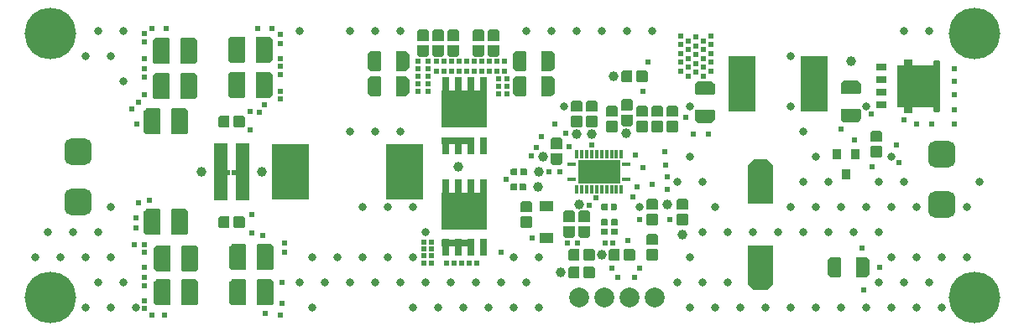
<source format=gbr>
%TF.GenerationSoftware,Altium Limited,Altium Designer,23.0.1 (38)*%
G04 Layer_Color=8388736*
%FSLAX45Y45*%
%MOMM*%
%TF.SameCoordinates,3EE063B3-4F93-4FDD-BE50-ED7C6B7A8C7B*%
%TF.FilePolarity,Negative*%
%TF.FileFunction,Soldermask,Top*%
%TF.Part,Single*%
G01*
G75*
%TA.AperFunction,SMDPad,CuDef*%
%ADD30C,1.00000*%
%TA.AperFunction,ViaPad*%
%ADD61C,0.60960*%
%ADD62C,0.40000*%
%TA.AperFunction,SMDPad,CuDef*%
G04:AMPARAMS|DCode=69|XSize=0.6132mm|YSize=1.0232mm|CornerRadius=0mm|HoleSize=0mm|Usage=FLASHONLY|Rotation=270.000|XOffset=0mm|YOffset=0mm|HoleType=Round|Shape=RoundedRectangle|*
%AMROUNDEDRECTD69*
21,1,0.61320,1.02320,0,0,270.0*
21,1,0.61320,1.02320,0,0,270.0*
1,1,0.00000,-0.51160,-0.30660*
1,1,0.00000,-0.51160,0.30660*
1,1,0.00000,0.51160,0.30660*
1,1,0.00000,0.51160,-0.30660*
%
%ADD69ROUNDEDRECTD69*%
G04:AMPARAMS|DCode=70|XSize=0.7982mm|YSize=0.8132mm|CornerRadius=0mm|HoleSize=0mm|Usage=FLASHONLY|Rotation=270.000|XOffset=0mm|YOffset=0mm|HoleType=Round|Shape=RoundedRectangle|*
%AMROUNDEDRECTD70*
21,1,0.79820,0.81320,0,0,270.0*
21,1,0.79820,0.81320,0,0,270.0*
1,1,0.00000,-0.40660,-0.39910*
1,1,0.00000,-0.40660,0.39910*
1,1,0.00000,0.40660,0.39910*
1,1,0.00000,0.40660,-0.39910*
%
%ADD70ROUNDEDRECTD70*%
G04:AMPARAMS|DCode=71|XSize=4.2642mm|YSize=3.8332mm|CornerRadius=0mm|HoleSize=0mm|Usage=FLASHONLY|Rotation=270.000|XOffset=0mm|YOffset=0mm|HoleType=Round|Shape=RoundedRectangle|*
%AMROUNDEDRECTD71*
21,1,4.26420,3.83320,0,0,270.0*
21,1,4.26420,3.83320,0,0,270.0*
1,1,0.00000,-1.91660,-2.13210*
1,1,0.00000,-1.91660,2.13210*
1,1,0.00000,1.91660,2.13210*
1,1,0.00000,1.91660,-2.13210*
%
%ADD71ROUNDEDRECTD71*%
G04:AMPARAMS|DCode=72|XSize=5.2032mm|YSize=0.7132mm|CornerRadius=0.1271mm|HoleSize=0mm|Usage=FLASHONLY|Rotation=270.000|XOffset=0mm|YOffset=0mm|HoleType=Round|Shape=RoundedRectangle|*
%AMROUNDEDRECTD72*
21,1,5.20320,0.45900,0,0,270.0*
21,1,4.94900,0.71320,0,0,270.0*
1,1,0.25420,-0.22950,-2.47450*
1,1,0.25420,-0.22950,2.47450*
1,1,0.25420,0.22950,2.47450*
1,1,0.25420,0.22950,-2.47450*
%
%ADD72ROUNDEDRECTD72*%
%ADD73R,4.33100X2.34980*%
%ADD74R,0.85120X0.39400*%
%ADD75R,0.39400X0.85120*%
%ADD76R,2.70320X5.60320*%
%ADD77R,1.42320X1.11320*%
%ADD78R,3.70320X5.60320*%
%ADD79R,0.90320X1.10320*%
%ADD80R,1.45320X5.85320*%
%ADD81R,4.61320X3.74820*%
%ADD82R,3.00820X0.76820*%
%ADD83R,0.80320X1.70320*%
%ADD84R,0.80320X1.60320*%
%TA.AperFunction,ComponentPad*%
G04:AMPARAMS|DCode=85|XSize=2.7032mm|YSize=2.7032mm|CornerRadius=0.7266mm|HoleSize=0mm|Usage=FLASHONLY|Rotation=270.000|XOffset=0mm|YOffset=0mm|HoleType=Round|Shape=RoundedRectangle|*
%AMROUNDEDRECTD85*
21,1,2.70320,1.25000,0,0,270.0*
21,1,1.25000,2.70320,0,0,270.0*
1,1,1.45320,-0.62500,-0.62500*
1,1,1.45320,-0.62500,0.62500*
1,1,1.45320,0.62500,0.62500*
1,1,1.45320,0.62500,-0.62500*
%
%ADD85ROUNDEDRECTD85*%
%ADD86C,2.00320*%
%ADD87C,5.20320*%
%TA.AperFunction,ViaPad*%
%ADD88C,0.81280*%
G36*
X4506789Y2706795D02*
X4508095Y2706535D01*
X4509356Y2706107D01*
X4510551Y2705518D01*
X4511658Y2704778D01*
X4512659Y2703900D01*
X4527600Y2688960D01*
X4528478Y2687958D01*
X4529218Y2686851D01*
X4529807Y2685656D01*
X4530235Y2684395D01*
X4530495Y2683089D01*
X4530582Y2681760D01*
Y2601700D01*
X4530495Y2600371D01*
X4530235Y2599065D01*
X4529807Y2597804D01*
X4529218Y2596609D01*
X4528478Y2595502D01*
X4527600Y2594501D01*
X4526599Y2593622D01*
X4525491Y2592883D01*
X4524297Y2592293D01*
X4523035Y2591865D01*
X4521729Y2591605D01*
X4520400Y2591518D01*
X4420400D01*
X4419071Y2591605D01*
X4417765Y2591865D01*
X4416503Y2592293D01*
X4415309Y2592883D01*
X4414201Y2593622D01*
X4413200Y2594501D01*
X4412322Y2595502D01*
X4411582Y2596609D01*
X4410993Y2597804D01*
X4410565Y2599065D01*
X4410305Y2600371D01*
X4410218Y2601700D01*
X4410218Y2681760D01*
X4410305Y2683089D01*
X4410565Y2684395D01*
X4410993Y2685657D01*
X4411582Y2686851D01*
X4412322Y2687958D01*
X4413200Y2688960D01*
X4428140Y2703900D01*
X4429142Y2704778D01*
X4430249Y2705518D01*
X4431444Y2706107D01*
X4432705Y2706535D01*
X4434011Y2706795D01*
X4435340Y2706882D01*
X4505460D01*
X4506789Y2706795D01*
D02*
G37*
G36*
X4354389Y2706795D02*
X4355695Y2706535D01*
X4356956Y2706107D01*
X4358151Y2705518D01*
X4359258Y2704778D01*
X4360260Y2703900D01*
X4375200Y2688960D01*
X4376078Y2687958D01*
X4376818Y2686851D01*
X4377407Y2685657D01*
X4377835Y2684395D01*
X4378095Y2683089D01*
X4378182Y2681760D01*
Y2601700D01*
X4378095Y2600371D01*
X4377835Y2599065D01*
X4377407Y2597804D01*
X4376818Y2596609D01*
X4376078Y2595502D01*
X4375200Y2594501D01*
X4374199Y2593622D01*
X4373091Y2592883D01*
X4371897Y2592293D01*
X4370635Y2591865D01*
X4369329Y2591605D01*
X4368000Y2591518D01*
X4268000D01*
X4266671Y2591605D01*
X4265365Y2591865D01*
X4264103Y2592293D01*
X4262909Y2592883D01*
X4261801Y2593622D01*
X4260800Y2594501D01*
X4259922Y2595502D01*
X4259182Y2596609D01*
X4258593Y2597804D01*
X4258165Y2599065D01*
X4257905Y2600371D01*
X4257818Y2601700D01*
Y2681760D01*
X4257905Y2683089D01*
X4258165Y2684395D01*
X4258593Y2685657D01*
X4259182Y2686851D01*
X4259922Y2687958D01*
X4260800Y2688960D01*
X4275741Y2703900D01*
X4276742Y2704778D01*
X4277850Y2705518D01*
X4279044Y2706107D01*
X4280305Y2706535D01*
X4281611Y2706795D01*
X4282940Y2706882D01*
X4353060D01*
X4354389Y2706795D01*
D02*
G37*
G36*
X4100389Y2706795D02*
X4101695Y2706535D01*
X4102956Y2706107D01*
X4104151Y2705518D01*
X4105258Y2704778D01*
X4106259Y2703900D01*
X4121200Y2688960D01*
X4122078Y2687958D01*
X4122818Y2686851D01*
X4123407Y2685656D01*
X4123835Y2684395D01*
X4124095Y2683089D01*
X4124182Y2681760D01*
Y2601700D01*
X4124095Y2600371D01*
X4123835Y2599065D01*
X4123407Y2597804D01*
X4122818Y2596609D01*
X4122078Y2595502D01*
X4121200Y2594501D01*
X4120199Y2593622D01*
X4119091Y2592883D01*
X4117897Y2592293D01*
X4116635Y2591865D01*
X4115329Y2591605D01*
X4114000Y2591518D01*
X4014000D01*
X4012671Y2591605D01*
X4011365Y2591865D01*
X4010103Y2592293D01*
X4008909Y2592883D01*
X4007801Y2593622D01*
X4006800Y2594501D01*
X4005922Y2595502D01*
X4005182Y2596609D01*
X4004593Y2597804D01*
X4004165Y2599065D01*
X4003905Y2600371D01*
X4003818Y2601700D01*
X4003818Y2681760D01*
X4003905Y2683089D01*
X4004165Y2684395D01*
X4004593Y2685657D01*
X4005182Y2686851D01*
X4005922Y2687958D01*
X4006800Y2688960D01*
X4021740Y2703900D01*
X4022742Y2704778D01*
X4023849Y2705518D01*
X4025044Y2706107D01*
X4026305Y2706535D01*
X4027611Y2706795D01*
X4028940Y2706882D01*
X4099060D01*
X4100389Y2706795D01*
D02*
G37*
G36*
X3947989Y2706795D02*
X3949295Y2706535D01*
X3950556Y2706107D01*
X3951751Y2705518D01*
X3952858Y2704778D01*
X3953860Y2703900D01*
X3968800Y2688960D01*
X3969678Y2687958D01*
X3970418Y2686851D01*
X3971007Y2685657D01*
X3971435Y2684395D01*
X3971695Y2683089D01*
X3971782Y2681760D01*
Y2601700D01*
X3971695Y2600371D01*
X3971435Y2599065D01*
X3971007Y2597804D01*
X3970418Y2596609D01*
X3969678Y2595502D01*
X3968800Y2594501D01*
X3967799Y2593622D01*
X3966691Y2592883D01*
X3965497Y2592293D01*
X3964235Y2591865D01*
X3962929Y2591605D01*
X3961600Y2591518D01*
X3861600D01*
X3860271Y2591605D01*
X3858965Y2591865D01*
X3857703Y2592293D01*
X3856509Y2592883D01*
X3855401Y2593622D01*
X3854400Y2594501D01*
X3853522Y2595502D01*
X3852782Y2596609D01*
X3852193Y2597804D01*
X3851765Y2599065D01*
X3851505Y2600371D01*
X3851418Y2601700D01*
Y2681760D01*
X3851505Y2683089D01*
X3851765Y2684395D01*
X3852193Y2685657D01*
X3852782Y2686851D01*
X3853522Y2687958D01*
X3854400Y2688960D01*
X3869341Y2703900D01*
X3870342Y2704778D01*
X3871450Y2705518D01*
X3872644Y2706107D01*
X3873905Y2706535D01*
X3875211Y2706795D01*
X3876540Y2706882D01*
X3946660D01*
X3947989Y2706795D01*
D02*
G37*
G36*
X3795589D02*
X3796895Y2706535D01*
X3798156Y2706107D01*
X3799351Y2705518D01*
X3800458Y2704778D01*
X3801460Y2703900D01*
X3816400Y2688960D01*
X3817278Y2687958D01*
X3818018Y2686851D01*
X3818607Y2685657D01*
X3819035Y2684395D01*
X3819295Y2683089D01*
X3819382Y2681760D01*
Y2601700D01*
X3819295Y2600371D01*
X3819035Y2599065D01*
X3818607Y2597804D01*
X3818018Y2596609D01*
X3817278Y2595502D01*
X3816400Y2594501D01*
X3815399Y2593622D01*
X3814291Y2592883D01*
X3813097Y2592293D01*
X3811835Y2591865D01*
X3810529Y2591605D01*
X3809200Y2591518D01*
X3709200D01*
X3707871Y2591605D01*
X3706565Y2591865D01*
X3705303Y2592293D01*
X3704109Y2592883D01*
X3703001Y2593622D01*
X3702000Y2594501D01*
X3701122Y2595502D01*
X3700382Y2596609D01*
X3699793Y2597804D01*
X3699365Y2599065D01*
X3699105Y2600371D01*
X3699018Y2601700D01*
Y2681760D01*
X3699105Y2683089D01*
X3699365Y2684395D01*
X3699793Y2685657D01*
X3700382Y2686851D01*
X3701122Y2687958D01*
X3702000Y2688960D01*
X3716941Y2703900D01*
X3717942Y2704778D01*
X3719050Y2705518D01*
X3720244Y2706107D01*
X3721505Y2706535D01*
X3722811Y2706795D01*
X3724140Y2706882D01*
X3794260D01*
X3795589Y2706795D01*
D02*
G37*
G36*
X3589029Y2487695D02*
X3590335Y2487435D01*
X3591596Y2487007D01*
X3592790Y2486418D01*
X3593158Y2486173D01*
X3593898Y2485678D01*
X3594366Y2485268D01*
X3594899Y2484800D01*
X3620700Y2459000D01*
X3621578Y2457999D01*
X3622318Y2456891D01*
X3622907Y2455697D01*
X3623335Y2454436D01*
X3623595Y2453129D01*
X3623682Y2451800D01*
X3623682Y2323400D01*
X3623595Y2322071D01*
X3623335Y2320765D01*
X3622907Y2319503D01*
X3622318Y2318309D01*
X3621578Y2317202D01*
X3620700Y2316200D01*
X3594900Y2290400D01*
X3593898Y2289522D01*
X3592791Y2288782D01*
X3591596Y2288193D01*
X3590335Y2287765D01*
X3589029Y2287505D01*
X3587700Y2287418D01*
X3498500D01*
X3497171Y2287505D01*
X3495865Y2287765D01*
X3494604Y2288193D01*
X3493409Y2288782D01*
X3492302Y2289522D01*
X3491300Y2290400D01*
X3490422Y2291402D01*
X3489682Y2292509D01*
X3489093Y2293704D01*
X3488665Y2294965D01*
X3488405Y2296271D01*
X3488318Y2297600D01*
Y2477600D01*
X3488405Y2478929D01*
X3488665Y2480235D01*
X3489093Y2481496D01*
X3489682Y2482691D01*
X3490422Y2483798D01*
X3491300Y2484800D01*
X3492302Y2485678D01*
X3493409Y2486418D01*
X3494604Y2487007D01*
X3495865Y2487435D01*
X3497171Y2487695D01*
X3498500Y2487782D01*
X3587699Y2487782D01*
D01*
D01*
X3587700D01*
X3589029Y2487695D01*
D02*
G37*
G36*
X4521729Y2546795D02*
X4523035Y2546535D01*
X4524297Y2546107D01*
X4525491Y2545518D01*
X4526599Y2544778D01*
X4527600Y2543900D01*
X4528478Y2542898D01*
X4529218Y2541791D01*
X4529807Y2540596D01*
X4530235Y2539335D01*
X4530495Y2538029D01*
X4530582Y2536700D01*
Y2456640D01*
X4530495Y2455311D01*
X4530235Y2454005D01*
X4529807Y2452744D01*
X4529218Y2451549D01*
X4528478Y2450442D01*
X4527600Y2449441D01*
X4512659Y2434500D01*
X4511658Y2433622D01*
X4510550Y2432882D01*
X4509356Y2432293D01*
X4508095Y2431865D01*
X4506789Y2431605D01*
X4505460Y2431518D01*
X4435340D01*
X4434011Y2431605D01*
X4432705Y2431865D01*
X4431444Y2432293D01*
X4430249Y2432882D01*
X4429142Y2433622D01*
X4428140Y2434500D01*
X4413200Y2449441D01*
X4412322Y2450442D01*
X4411582Y2451549D01*
X4410993Y2452744D01*
X4410565Y2454005D01*
X4410305Y2455311D01*
X4410218Y2456640D01*
Y2536700D01*
X4410305Y2538029D01*
X4410565Y2539335D01*
X4410993Y2540596D01*
X4411582Y2541791D01*
X4412322Y2542898D01*
X4413200Y2543900D01*
X4414201Y2544778D01*
X4415309Y2545518D01*
X4416503Y2546107D01*
X4417765Y2546535D01*
X4419071Y2546795D01*
X4420400Y2546882D01*
X4520400D01*
X4521729Y2546795D01*
D02*
G37*
G36*
X4115329D02*
X4116635Y2546535D01*
X4117897Y2546107D01*
X4119091Y2545518D01*
X4120199Y2544778D01*
X4121200Y2543900D01*
X4122078Y2542898D01*
X4122818Y2541791D01*
X4123407Y2540596D01*
X4123835Y2539335D01*
X4124095Y2538029D01*
X4124182Y2536700D01*
Y2456640D01*
X4124095Y2455311D01*
X4123835Y2454005D01*
X4123407Y2452744D01*
X4122818Y2451549D01*
X4122078Y2450442D01*
X4121200Y2449441D01*
X4106259Y2434500D01*
X4105258Y2433622D01*
X4104150Y2432882D01*
X4102956Y2432293D01*
X4101695Y2431865D01*
X4100389Y2431605D01*
X4099060Y2431518D01*
X4028940D01*
X4027611Y2431605D01*
X4026305Y2431865D01*
X4025044Y2432293D01*
X4023849Y2432882D01*
X4022742Y2433622D01*
X4021740Y2434500D01*
X4006800Y2449441D01*
X4005922Y2450442D01*
X4005182Y2451549D01*
X4004593Y2452744D01*
X4004165Y2454005D01*
X4003905Y2455311D01*
X4003818Y2456640D01*
Y2536700D01*
X4003905Y2538029D01*
X4004165Y2539335D01*
X4004593Y2540596D01*
X4005182Y2541791D01*
X4005922Y2542898D01*
X4006800Y2543900D01*
X4007801Y2544778D01*
X4008909Y2545518D01*
X4010103Y2546107D01*
X4011365Y2546535D01*
X4012671Y2546795D01*
X4014000Y2546882D01*
X4114000D01*
X4115329Y2546795D01*
D02*
G37*
G36*
X4369329D02*
X4370635Y2546535D01*
X4371897Y2546107D01*
X4373091Y2545518D01*
X4374199Y2544778D01*
X4375200Y2543900D01*
X4376078Y2542898D01*
X4376818Y2541791D01*
X4377407Y2540596D01*
X4377835Y2539335D01*
X4378095Y2538029D01*
X4378182Y2536700D01*
X4378182Y2456640D01*
X4378095Y2455311D01*
X4377835Y2454005D01*
X4377407Y2452744D01*
X4376818Y2451549D01*
X4376078Y2450442D01*
X4375200Y2449441D01*
X4360260Y2434500D01*
X4359258Y2433622D01*
X4358151Y2432882D01*
X4356956Y2432293D01*
X4355695Y2431865D01*
X4354389Y2431605D01*
X4353060Y2431518D01*
X4282940D01*
X4281611Y2431605D01*
X4280305Y2431865D01*
X4279044Y2432293D01*
X4277849Y2432882D01*
X4276742Y2433622D01*
X4275741Y2434500D01*
X4260800Y2449441D01*
X4259922Y2450442D01*
X4259182Y2451549D01*
X4258593Y2452744D01*
X4258165Y2454005D01*
X4257905Y2455311D01*
X4257818Y2456640D01*
Y2536700D01*
X4257905Y2538029D01*
X4258165Y2539335D01*
X4258593Y2540596D01*
X4259182Y2541791D01*
X4259922Y2542898D01*
X4260800Y2543900D01*
X4261801Y2544778D01*
X4262909Y2545518D01*
X4264103Y2546107D01*
X4265365Y2546535D01*
X4266671Y2546795D01*
X4268000Y2546882D01*
X4368000D01*
X4369329Y2546795D01*
D02*
G37*
G36*
X3962929D02*
X3964235Y2546535D01*
X3965497Y2546107D01*
X3966691Y2545518D01*
X3967799Y2544778D01*
X3968800Y2543900D01*
X3969678Y2542898D01*
X3970418Y2541791D01*
X3971007Y2540596D01*
X3971435Y2539335D01*
X3971695Y2538029D01*
X3971782Y2536700D01*
X3971782Y2456640D01*
X3971695Y2455311D01*
X3971435Y2454005D01*
X3971007Y2452744D01*
X3970418Y2451549D01*
X3969678Y2450442D01*
X3968800Y2449441D01*
X3953860Y2434500D01*
X3952858Y2433622D01*
X3951751Y2432882D01*
X3950556Y2432293D01*
X3949295Y2431865D01*
X3947989Y2431605D01*
X3946660Y2431518D01*
X3876540D01*
X3875211Y2431605D01*
X3873905Y2431865D01*
X3872644Y2432293D01*
X3871449Y2432882D01*
X3870342Y2433622D01*
X3869341Y2434500D01*
X3854400Y2449441D01*
X3853522Y2450442D01*
X3852782Y2451549D01*
X3852193Y2452744D01*
X3851765Y2454005D01*
X3851505Y2455311D01*
X3851418Y2456640D01*
Y2536700D01*
X3851505Y2538029D01*
X3851765Y2539335D01*
X3852193Y2540596D01*
X3852782Y2541791D01*
X3853522Y2542898D01*
X3854400Y2543900D01*
X3855401Y2544778D01*
X3856509Y2545518D01*
X3857703Y2546107D01*
X3858965Y2546535D01*
X3860271Y2546795D01*
X3861600Y2546882D01*
X3961600D01*
X3962929Y2546795D01*
D02*
G37*
G36*
X3810529D02*
X3811835Y2546535D01*
X3813097Y2546107D01*
X3814291Y2545518D01*
X3815399Y2544778D01*
X3816400Y2543900D01*
X3817278Y2542898D01*
X3818018Y2541791D01*
X3818607Y2540596D01*
X3819035Y2539335D01*
X3819295Y2538029D01*
X3819382Y2536700D01*
X3819382Y2456640D01*
X3819295Y2455311D01*
X3819035Y2454005D01*
X3818607Y2452744D01*
X3818018Y2451549D01*
X3817278Y2450442D01*
X3816400Y2449441D01*
X3801460Y2434500D01*
X3800458Y2433622D01*
X3799351Y2432882D01*
X3798156Y2432293D01*
X3796895Y2431865D01*
X3795589Y2431605D01*
X3794260Y2431518D01*
X3724140D01*
X3722811Y2431605D01*
X3721505Y2431865D01*
X3720244Y2432293D01*
X3719049Y2432882D01*
X3717942Y2433622D01*
X3716941Y2434500D01*
X3702000Y2449441D01*
X3701122Y2450442D01*
X3700382Y2451549D01*
X3699793Y2452744D01*
X3699365Y2454005D01*
X3699105Y2455311D01*
X3699018Y2456640D01*
Y2536700D01*
X3699105Y2538029D01*
X3699365Y2539335D01*
X3699793Y2540596D01*
X3700382Y2541791D01*
X3701122Y2542898D01*
X3702000Y2543900D01*
X3703001Y2544778D01*
X3704109Y2545518D01*
X3705303Y2546107D01*
X3706565Y2546535D01*
X3707871Y2546795D01*
X3709200Y2546882D01*
X3809200D01*
X3810529Y2546795D01*
D02*
G37*
G36*
X2216879Y2631995D02*
X2218185Y2631735D01*
X2219447Y2631307D01*
X2220641Y2630718D01*
X2221748Y2629978D01*
X2222750Y2629100D01*
X2241500Y2610350D01*
X2242378Y2609348D01*
X2243118Y2608241D01*
X2243707Y2607047D01*
X2244135Y2605785D01*
X2244395Y2604479D01*
X2244482Y2603150D01*
Y2400650D01*
X2244395Y2399321D01*
X2244135Y2398015D01*
X2243707Y2396753D01*
X2243118Y2395559D01*
X2242378Y2394452D01*
X2241500Y2393450D01*
X2222750Y2374700D01*
X2221748Y2373822D01*
X2220641Y2373082D01*
X2219447Y2372493D01*
X2218185Y2372065D01*
X2216879Y2371805D01*
X2215550Y2371718D01*
X2084300D01*
X2082971Y2371805D01*
X2081665Y2372065D01*
X2080404Y2372493D01*
X2079209Y2373082D01*
X2078102Y2373822D01*
X2077100Y2374700D01*
X2076222Y2375702D01*
X2075482Y2376809D01*
X2074893Y2378004D01*
X2074465Y2379265D01*
X2074205Y2380571D01*
X2074118Y2381900D01*
Y2621900D01*
X2074205Y2623229D01*
X2074465Y2624535D01*
X2074893Y2625796D01*
X2075482Y2626991D01*
X2076222Y2628098D01*
X2077100Y2629100D01*
X2078102Y2629978D01*
X2079209Y2630718D01*
X2080404Y2631307D01*
X2081665Y2631735D01*
X2082971Y2631995D01*
X2084300Y2632082D01*
X2215550D01*
X2216879Y2631995D01*
D02*
G37*
G36*
X1955629D02*
X1956935Y2631735D01*
X1958196Y2631307D01*
X1959391Y2630718D01*
X1960498Y2629978D01*
X1961500Y2629100D01*
X1962378Y2628098D01*
X1963118Y2626991D01*
X1963707Y2625796D01*
X1964135Y2624535D01*
X1964395Y2623229D01*
X1964482Y2621900D01*
Y2381900D01*
X1964395Y2380571D01*
X1964135Y2379265D01*
X1963707Y2378004D01*
X1963118Y2376809D01*
X1962378Y2375702D01*
X1961500Y2374700D01*
X1960498Y2373822D01*
X1959391Y2373082D01*
X1958196Y2372493D01*
X1956935Y2372065D01*
X1955629Y2371805D01*
X1954300Y2371718D01*
X1823050D01*
X1821721Y2371805D01*
X1820415Y2372065D01*
X1819153Y2372493D01*
X1817959Y2373082D01*
X1816852Y2373822D01*
X1815850Y2374700D01*
X1797100Y2393450D01*
X1796222Y2394452D01*
X1795482Y2395559D01*
X1794893Y2396753D01*
X1794465Y2398015D01*
X1794205Y2399321D01*
X1794118Y2400650D01*
Y2603150D01*
X1794205Y2604479D01*
X1794465Y2605785D01*
X1794893Y2607047D01*
X1795482Y2608241D01*
X1796222Y2609348D01*
X1797100Y2610350D01*
X1815850Y2629100D01*
X1816852Y2629978D01*
X1817959Y2630718D01*
X1819153Y2631307D01*
X1820415Y2631735D01*
X1821721Y2631995D01*
X1823050Y2632082D01*
X1954300D01*
X1955629Y2631995D01*
D02*
G37*
G36*
X1455179Y2619295D02*
X1456485Y2619035D01*
X1457747Y2618607D01*
X1458941Y2618018D01*
X1460048Y2617278D01*
X1461050Y2616400D01*
X1479800Y2597650D01*
X1480678Y2596648D01*
X1481418Y2595541D01*
X1482007Y2594347D01*
X1482435Y2593085D01*
X1482695Y2591779D01*
X1482782Y2590450D01*
Y2387950D01*
X1482695Y2386621D01*
X1482435Y2385315D01*
X1482007Y2384053D01*
X1481418Y2382859D01*
X1480678Y2381752D01*
X1479800Y2380750D01*
X1461050Y2362000D01*
X1460048Y2361122D01*
X1458941Y2360382D01*
X1457747Y2359793D01*
X1456485Y2359365D01*
X1455179Y2359105D01*
X1453850Y2359018D01*
X1322600D01*
X1321271Y2359105D01*
X1319965Y2359365D01*
X1318703Y2359793D01*
X1317509Y2360382D01*
X1316401Y2361122D01*
X1315400Y2362000D01*
X1314522Y2363002D01*
X1313782Y2364109D01*
X1313193Y2365304D01*
X1312765Y2366565D01*
X1312505Y2367871D01*
X1312418Y2369200D01*
Y2609200D01*
X1312505Y2610529D01*
X1312765Y2611835D01*
X1313193Y2613096D01*
X1313782Y2614291D01*
X1314522Y2615398D01*
X1315400Y2616400D01*
X1316401Y2617278D01*
X1317509Y2618018D01*
X1318703Y2618607D01*
X1319965Y2619035D01*
X1321271Y2619295D01*
X1322600Y2619382D01*
X1453850D01*
X1455179Y2619295D01*
D02*
G37*
G36*
X1193929D02*
X1195235Y2619035D01*
X1196496Y2618607D01*
X1197691Y2618018D01*
X1198798Y2617278D01*
X1199800Y2616400D01*
X1200678Y2615398D01*
X1201418Y2614291D01*
X1202007Y2613096D01*
X1202435Y2611835D01*
X1202695Y2610529D01*
X1202782Y2609200D01*
Y2369200D01*
X1202695Y2367871D01*
X1202435Y2366565D01*
X1202007Y2365304D01*
X1201418Y2364109D01*
X1200678Y2363002D01*
X1199800Y2362000D01*
X1198798Y2361122D01*
X1197691Y2360382D01*
X1196496Y2359793D01*
X1195235Y2359365D01*
X1193929Y2359105D01*
X1192600Y2359018D01*
X1061350D01*
X1060021Y2359105D01*
X1058715Y2359365D01*
X1057453Y2359793D01*
X1056259Y2360382D01*
X1055152Y2361122D01*
X1054150Y2362000D01*
X1035400Y2380750D01*
X1034522Y2381752D01*
X1033782Y2382859D01*
X1033193Y2384053D01*
X1032765Y2385315D01*
X1032505Y2386621D01*
X1032418Y2387950D01*
Y2590450D01*
X1032505Y2591779D01*
X1032765Y2593085D01*
X1033193Y2594347D01*
X1033782Y2595541D01*
X1034522Y2596648D01*
X1035400Y2597650D01*
X1054150Y2616400D01*
X1055152Y2617278D01*
X1056259Y2618018D01*
X1057453Y2618607D01*
X1058715Y2619035D01*
X1060021Y2619295D01*
X1061350Y2619382D01*
X1192600D01*
X1193929Y2619295D01*
D02*
G37*
G36*
X5054829Y2487695D02*
X5056135Y2487435D01*
X5057396Y2487007D01*
X5058591Y2486418D01*
X5059698Y2485678D01*
X5060699Y2484800D01*
X5086500Y2459000D01*
X5087378Y2457998D01*
X5088118Y2456891D01*
X5088707Y2455696D01*
X5089135Y2454435D01*
X5089395Y2453129D01*
X5089482Y2451800D01*
Y2451800D01*
D01*
X5089481Y2323399D01*
X5089394Y2322071D01*
X5089134Y2320764D01*
X5088706Y2319503D01*
X5088117Y2318309D01*
X5087377Y2317201D01*
X5086499Y2316200D01*
X5060700Y2290400D01*
X5059698Y2289522D01*
X5058591Y2288782D01*
X5057397Y2288193D01*
X5056135Y2287765D01*
X5054829Y2287505D01*
X5053500Y2287418D01*
X4964300D01*
X4962971Y2287505D01*
X4961665Y2287765D01*
X4960404Y2288193D01*
X4959209Y2288782D01*
X4958102Y2289522D01*
X4957100Y2290400D01*
X4956222Y2291402D01*
X4955482Y2292509D01*
X4954893Y2293704D01*
X4954465Y2294965D01*
X4954205Y2296271D01*
X4954118Y2297600D01*
Y2477600D01*
X4954205Y2478929D01*
X4954465Y2480235D01*
X4954893Y2481496D01*
X4955482Y2482691D01*
X4956222Y2483798D01*
X4957100Y2484800D01*
X4958102Y2485678D01*
X4959209Y2486418D01*
X4960404Y2487007D01*
X4961665Y2487435D01*
X4962971Y2487695D01*
X4964300Y2487782D01*
X5053500D01*
X5054829Y2487695D01*
D02*
G37*
G36*
X3324829D02*
X3326135Y2487435D01*
X3327396Y2487007D01*
X3328591Y2486418D01*
X3329698Y2485678D01*
X3330700Y2484800D01*
X3331578Y2483798D01*
X3332318Y2482691D01*
X3332907Y2481496D01*
X3333335Y2480235D01*
X3333595Y2478929D01*
X3333682Y2477600D01*
Y2297600D01*
X3333595Y2296271D01*
X3333335Y2294965D01*
X3332907Y2293704D01*
X3332318Y2292509D01*
X3331578Y2291402D01*
X3330700Y2290400D01*
X3329698Y2289522D01*
X3328591Y2288782D01*
X3327396Y2288193D01*
X3326135Y2287765D01*
X3324829Y2287505D01*
X3323500Y2287418D01*
X3234300D01*
X3232971Y2287505D01*
X3231665Y2287765D01*
X3230404Y2288193D01*
X3229209Y2288782D01*
X3228102Y2289522D01*
X3227101Y2290400D01*
X3201300Y2316200D01*
X3200422Y2317202D01*
X3199682Y2318309D01*
X3199093Y2319504D01*
X3198665Y2320765D01*
X3198405Y2322071D01*
X3198318Y2323400D01*
Y2323400D01*
D01*
X3198319Y2451801D01*
X3198406Y2453129D01*
X3198666Y2454436D01*
X3199094Y2455697D01*
X3199683Y2456891D01*
X3200423Y2457999D01*
X3201301Y2459000D01*
X3227100Y2484800D01*
X3228102Y2485678D01*
X3229209Y2486418D01*
X3230403Y2487007D01*
X3231665Y2487435D01*
X3232971Y2487695D01*
X3234300Y2487782D01*
X3323500D01*
X3324829Y2487695D01*
D02*
G37*
G36*
X4790629D02*
X4791935Y2487435D01*
X4793196Y2487007D01*
X4794391Y2486418D01*
X4795498Y2485678D01*
X4796500Y2484800D01*
X4797378Y2483798D01*
X4798118Y2482691D01*
X4798707Y2481496D01*
X4799135Y2480235D01*
X4799395Y2478929D01*
X4799482Y2477600D01*
Y2297600D01*
X4799395Y2296271D01*
X4799135Y2294965D01*
X4798707Y2293704D01*
X4798118Y2292509D01*
X4797378Y2291402D01*
X4796500Y2290400D01*
X4795498Y2289522D01*
X4794391Y2288782D01*
X4793196Y2288193D01*
X4791935Y2287765D01*
X4790629Y2287505D01*
X4789300Y2287418D01*
X4700101Y2287418D01*
D01*
D01*
X4700100D01*
X4698771Y2287505D01*
X4697465Y2287765D01*
X4696204Y2288193D01*
X4695010Y2288782D01*
X4694642Y2289027D01*
X4693902Y2289522D01*
X4693434Y2289932D01*
X4692901Y2290400D01*
X4667100Y2316200D01*
X4666222Y2317201D01*
X4665482Y2318309D01*
X4664893Y2319503D01*
X4664465Y2320764D01*
X4664205Y2322071D01*
X4664118Y2323400D01*
X4664118Y2451800D01*
X4664205Y2453129D01*
X4664465Y2454435D01*
X4664893Y2455697D01*
X4665482Y2456891D01*
X4666222Y2457998D01*
X4667100Y2459000D01*
X4692900Y2484800D01*
X4693902Y2485678D01*
X4695009Y2486418D01*
X4696204Y2487007D01*
X4697465Y2487435D01*
X4698771Y2487695D01*
X4700100Y2487782D01*
X4789300D01*
X4790629Y2487695D01*
D02*
G37*
G36*
X8141401Y2193881D02*
X8142729Y2193794D01*
X8144036Y2193534D01*
X8145297Y2193106D01*
X8146491Y2192517D01*
X8147599Y2191777D01*
X8148600Y2190899D01*
X8174400Y2165100D01*
X8175278Y2164098D01*
X8176018Y2162991D01*
X8176607Y2161797D01*
X8177035Y2160535D01*
X8177295Y2159229D01*
X8177382Y2157900D01*
Y2068700D01*
X8177295Y2067371D01*
X8177035Y2066065D01*
X8176607Y2064804D01*
X8176018Y2063609D01*
X8175278Y2062502D01*
X8174400Y2061500D01*
X8173398Y2060622D01*
X8172291Y2059882D01*
X8171096Y2059293D01*
X8169835Y2058865D01*
X8168529Y2058605D01*
X8167200Y2058518D01*
X7987200D01*
X7985871Y2058605D01*
X7984565Y2058865D01*
X7983304Y2059293D01*
X7982109Y2059882D01*
X7981002Y2060622D01*
X7980000Y2061500D01*
X7979122Y2062502D01*
X7978382Y2063609D01*
X7977793Y2064804D01*
X7977365Y2066065D01*
X7977105Y2067371D01*
X7977018Y2068700D01*
Y2157900D01*
X7977105Y2159229D01*
X7977365Y2160535D01*
X7977793Y2161796D01*
X7978382Y2162991D01*
X7979122Y2164098D01*
X7980000Y2165099D01*
X8005800Y2190900D01*
X8006802Y2191778D01*
X8007909Y2192518D01*
X8009104Y2193107D01*
X8010365Y2193535D01*
X8011671Y2193795D01*
X8013000Y2193882D01*
X8013000D01*
D01*
X8141401Y2193881D01*
D02*
G37*
G36*
X6668201Y2186481D02*
X6669529Y2186394D01*
X6670836Y2186134D01*
X6672097Y2185706D01*
X6673291Y2185117D01*
X6674399Y2184377D01*
X6675400Y2183499D01*
X6701200Y2157700D01*
X6702078Y2156698D01*
X6702818Y2155591D01*
X6703407Y2154397D01*
X6703835Y2153135D01*
X6704095Y2151829D01*
X6704182Y2150500D01*
Y2061300D01*
X6704095Y2059971D01*
X6703835Y2058665D01*
X6703407Y2057404D01*
X6702818Y2056209D01*
X6702078Y2055102D01*
X6701200Y2054100D01*
X6700198Y2053222D01*
X6699091Y2052482D01*
X6697896Y2051893D01*
X6696635Y2051465D01*
X6695329Y2051205D01*
X6694000Y2051118D01*
X6514000D01*
X6512671Y2051205D01*
X6511365Y2051465D01*
X6510104Y2051893D01*
X6508909Y2052482D01*
X6507802Y2053222D01*
X6506800Y2054100D01*
X6505922Y2055102D01*
X6505182Y2056209D01*
X6504593Y2057404D01*
X6504165Y2058665D01*
X6503905Y2059971D01*
X6503818Y2061300D01*
Y2150500D01*
X6503905Y2151829D01*
X6504165Y2153135D01*
X6504593Y2154396D01*
X6505182Y2155591D01*
X6505922Y2156698D01*
X6506800Y2157699D01*
X6532600Y2183500D01*
X6533602Y2184378D01*
X6534709Y2185118D01*
X6535904Y2185707D01*
X6537165Y2186135D01*
X6538471Y2186395D01*
X6539800Y2186482D01*
X6539800D01*
D01*
X6668201Y2186481D01*
D02*
G37*
G36*
X6006689Y2295295D02*
X6007995Y2295035D01*
X6009256Y2294607D01*
X6010451Y2294018D01*
X6011558Y2293278D01*
X6012559Y2292400D01*
X6027500Y2277460D01*
X6028378Y2276458D01*
X6029118Y2275351D01*
X6029707Y2274156D01*
X6030135Y2272895D01*
X6030395Y2271589D01*
X6030482Y2270260D01*
Y2200140D01*
X6030395Y2198811D01*
X6030135Y2197505D01*
X6029707Y2196244D01*
X6029118Y2195049D01*
X6028378Y2193942D01*
X6027500Y2192941D01*
X6012559Y2178000D01*
X6011558Y2177122D01*
X6010451Y2176382D01*
X6009256Y2175793D01*
X6007995Y2175365D01*
X6006689Y2175105D01*
X6005360Y2175018D01*
X5925300D01*
X5923971Y2175105D01*
X5922665Y2175365D01*
X5921404Y2175793D01*
X5920209Y2176382D01*
X5919102Y2177122D01*
X5918100Y2178000D01*
X5917222Y2179001D01*
X5916482Y2180109D01*
X5915893Y2181303D01*
X5915465Y2182565D01*
X5915205Y2183871D01*
X5915118Y2185200D01*
Y2285200D01*
X5915205Y2286529D01*
X5915465Y2287835D01*
X5915893Y2289097D01*
X5916482Y2290291D01*
X5917222Y2291399D01*
X5918100Y2292400D01*
X5919102Y2293278D01*
X5920209Y2294018D01*
X5921404Y2294607D01*
X5922665Y2295035D01*
X5923971Y2295295D01*
X5925300Y2295382D01*
X6005360Y2295382D01*
X6006689Y2295295D01*
D02*
G37*
G36*
X5861629Y2295295D02*
X5862935Y2295035D01*
X5864196Y2294607D01*
X5865391Y2294018D01*
X5866498Y2293278D01*
X5867500Y2292400D01*
X5868378Y2291399D01*
X5869118Y2290291D01*
X5869707Y2289097D01*
X5870135Y2287835D01*
X5870395Y2286529D01*
X5870482Y2285200D01*
Y2185200D01*
X5870395Y2183871D01*
X5870135Y2182565D01*
X5869707Y2181303D01*
X5869118Y2180109D01*
X5868378Y2179001D01*
X5867500Y2178000D01*
X5866498Y2177122D01*
X5865391Y2176382D01*
X5864196Y2175793D01*
X5862935Y2175365D01*
X5861629Y2175105D01*
X5860300Y2175018D01*
X5780240D01*
X5778911Y2175105D01*
X5777605Y2175365D01*
X5776344Y2175793D01*
X5775149Y2176382D01*
X5774042Y2177122D01*
X5773041Y2178000D01*
X5758100Y2192941D01*
X5757222Y2193942D01*
X5756482Y2195050D01*
X5755893Y2196244D01*
X5755465Y2197505D01*
X5755205Y2198811D01*
X5755118Y2200140D01*
Y2270260D01*
X5755205Y2271589D01*
X5755465Y2272895D01*
X5755893Y2274156D01*
X5756482Y2275351D01*
X5757222Y2276458D01*
X5758100Y2277460D01*
X5773041Y2292400D01*
X5774042Y2293278D01*
X5775149Y2294018D01*
X5776344Y2294607D01*
X5777605Y2295035D01*
X5778911Y2295295D01*
X5780240Y2295382D01*
X5860300D01*
X5861629Y2295295D01*
D02*
G37*
G36*
X5054829Y2233695D02*
X5056135Y2233435D01*
X5057396Y2233007D01*
X5058591Y2232418D01*
X5059698Y2231678D01*
X5060699Y2230800D01*
X5086500Y2205000D01*
X5087378Y2203998D01*
X5088118Y2202891D01*
X5088707Y2201696D01*
X5089135Y2200435D01*
X5089395Y2199129D01*
X5089482Y2197800D01*
Y2197800D01*
D01*
X5089481Y2069399D01*
X5089394Y2068071D01*
X5089134Y2066764D01*
X5088706Y2065503D01*
X5088117Y2064309D01*
X5087377Y2063201D01*
X5086499Y2062200D01*
X5060700Y2036400D01*
X5059698Y2035522D01*
X5058591Y2034782D01*
X5057397Y2034193D01*
X5056135Y2033765D01*
X5054829Y2033505D01*
X5053500Y2033418D01*
X4964300D01*
X4962971Y2033505D01*
X4961665Y2033765D01*
X4960404Y2034193D01*
X4959209Y2034782D01*
X4958102Y2035522D01*
X4957100Y2036400D01*
X4956222Y2037402D01*
X4955482Y2038509D01*
X4954893Y2039704D01*
X4954465Y2040965D01*
X4954205Y2042271D01*
X4954118Y2043600D01*
Y2223600D01*
X4954205Y2224929D01*
X4954465Y2226235D01*
X4954893Y2227496D01*
X4955482Y2228691D01*
X4956222Y2229798D01*
X4957100Y2230800D01*
X4958102Y2231678D01*
X4959209Y2232418D01*
X4960404Y2233007D01*
X4961665Y2233435D01*
X4962971Y2233695D01*
X4964300Y2233782D01*
X5053500D01*
X5054829Y2233695D01*
D02*
G37*
G36*
X3589029D02*
X3590335Y2233435D01*
X3591596Y2233007D01*
X3592791Y2232418D01*
X3593898Y2231678D01*
X3594899Y2230800D01*
X3620700Y2205000D01*
X3621578Y2203998D01*
X3622318Y2202891D01*
X3622907Y2201696D01*
X3623335Y2200435D01*
X3623595Y2199129D01*
X3623682Y2197800D01*
Y2197800D01*
D01*
X3623681Y2069399D01*
X3623594Y2068071D01*
X3623334Y2066764D01*
X3622906Y2065503D01*
X3622317Y2064309D01*
X3621577Y2063201D01*
X3620699Y2062200D01*
X3594900Y2036400D01*
X3593898Y2035522D01*
X3592791Y2034782D01*
X3591597Y2034193D01*
X3590335Y2033765D01*
X3589029Y2033505D01*
X3587700Y2033418D01*
X3498500D01*
X3497171Y2033505D01*
X3495865Y2033765D01*
X3494604Y2034193D01*
X3493409Y2034782D01*
X3492302Y2035522D01*
X3491300Y2036400D01*
X3490422Y2037402D01*
X3489682Y2038509D01*
X3489093Y2039704D01*
X3488665Y2040965D01*
X3488405Y2042271D01*
X3488318Y2043600D01*
Y2223600D01*
X3488405Y2224929D01*
X3488665Y2226235D01*
X3489093Y2227496D01*
X3489682Y2228691D01*
X3490422Y2229798D01*
X3491300Y2230800D01*
X3492302Y2231678D01*
X3493409Y2232418D01*
X3494604Y2233007D01*
X3495865Y2233435D01*
X3497171Y2233695D01*
X3498500Y2233782D01*
X3587700D01*
X3589029Y2233695D01*
D02*
G37*
G36*
X4790629D02*
X4791935Y2233435D01*
X4793196Y2233007D01*
X4794391Y2232418D01*
X4795498Y2231678D01*
X4796500Y2230800D01*
X4797378Y2229798D01*
X4798118Y2228691D01*
X4798707Y2227496D01*
X4799135Y2226235D01*
X4799395Y2224929D01*
X4799482Y2223600D01*
Y2043600D01*
X4799395Y2042271D01*
X4799135Y2040965D01*
X4798707Y2039704D01*
X4798118Y2038509D01*
X4797378Y2037402D01*
X4796500Y2036400D01*
X4795498Y2035522D01*
X4794391Y2034782D01*
X4793196Y2034193D01*
X4791935Y2033765D01*
X4790629Y2033505D01*
X4789300Y2033418D01*
X4700101Y2033418D01*
D01*
D01*
X4700100D01*
X4698771Y2033505D01*
X4697465Y2033765D01*
X4696204Y2034193D01*
X4695010Y2034782D01*
X4694642Y2035027D01*
X4693902Y2035522D01*
X4693434Y2035932D01*
X4692901Y2036400D01*
X4667100Y2062200D01*
X4666222Y2063201D01*
X4665482Y2064309D01*
X4664893Y2065503D01*
X4664465Y2066764D01*
X4664205Y2068071D01*
X4664118Y2069400D01*
X4664118Y2197800D01*
X4664205Y2199129D01*
X4664465Y2200435D01*
X4664893Y2201697D01*
X4665482Y2202891D01*
X4666222Y2203998D01*
X4667100Y2205000D01*
X4692900Y2230800D01*
X4693902Y2231678D01*
X4695009Y2232418D01*
X4696204Y2233007D01*
X4697465Y2233435D01*
X4698771Y2233695D01*
X4700100Y2233782D01*
X4789300D01*
X4790629Y2233695D01*
D02*
G37*
G36*
X3324829D02*
X3326135Y2233435D01*
X3327396Y2233007D01*
X3328591Y2232418D01*
X3329698Y2231678D01*
X3330700Y2230800D01*
X3331578Y2229798D01*
X3332318Y2228691D01*
X3332907Y2227496D01*
X3333335Y2226235D01*
X3333595Y2224929D01*
X3333682Y2223600D01*
Y2043600D01*
X3333595Y2042271D01*
X3333335Y2040965D01*
X3332907Y2039704D01*
X3332318Y2038509D01*
X3331578Y2037402D01*
X3330700Y2036400D01*
X3329698Y2035522D01*
X3328591Y2034782D01*
X3327396Y2034193D01*
X3326135Y2033765D01*
X3324829Y2033505D01*
X3323500Y2033418D01*
X3234301Y2033418D01*
D01*
D01*
X3234300D01*
X3232971Y2033505D01*
X3231665Y2033765D01*
X3230404Y2034193D01*
X3229210Y2034782D01*
X3228842Y2035027D01*
X3228102Y2035522D01*
X3227634Y2035932D01*
X3227101Y2036400D01*
X3201300Y2062200D01*
X3200422Y2063201D01*
X3199682Y2064309D01*
X3199093Y2065503D01*
X3198665Y2066764D01*
X3198405Y2068071D01*
X3198318Y2069400D01*
X3198318Y2197800D01*
X3198405Y2199129D01*
X3198665Y2200435D01*
X3199093Y2201697D01*
X3199682Y2202891D01*
X3200422Y2203998D01*
X3201300Y2205000D01*
X3227100Y2230800D01*
X3228102Y2231678D01*
X3229209Y2232418D01*
X3230404Y2233007D01*
X3231665Y2233435D01*
X3232971Y2233695D01*
X3234300Y2233782D01*
X3323500D01*
X3324829Y2233695D01*
D02*
G37*
G36*
X2216879Y2276395D02*
X2218185Y2276135D01*
X2219447Y2275707D01*
X2220641Y2275118D01*
X2221748Y2274378D01*
X2222750Y2273500D01*
X2241500Y2254750D01*
X2242378Y2253748D01*
X2243118Y2252641D01*
X2243707Y2251447D01*
X2244135Y2250185D01*
X2244395Y2248879D01*
X2244482Y2247550D01*
Y2045050D01*
X2244395Y2043721D01*
X2244135Y2042415D01*
X2243707Y2041153D01*
X2243118Y2039959D01*
X2242378Y2038852D01*
X2241500Y2037850D01*
X2222750Y2019100D01*
X2221748Y2018222D01*
X2220641Y2017482D01*
X2219447Y2016893D01*
X2218185Y2016465D01*
X2216879Y2016205D01*
X2215550Y2016118D01*
X2084300D01*
X2082971Y2016205D01*
X2081665Y2016465D01*
X2080404Y2016893D01*
X2079209Y2017482D01*
X2078102Y2018222D01*
X2077100Y2019100D01*
X2076222Y2020102D01*
X2075482Y2021209D01*
X2074893Y2022404D01*
X2074465Y2023665D01*
X2074205Y2024971D01*
X2074118Y2026300D01*
Y2266300D01*
X2074205Y2267629D01*
X2074465Y2268935D01*
X2074893Y2270196D01*
X2075482Y2271391D01*
X2076222Y2272498D01*
X2077100Y2273500D01*
X2078102Y2274378D01*
X2079209Y2275118D01*
X2080404Y2275707D01*
X2081665Y2276135D01*
X2082971Y2276395D01*
X2084300Y2276482D01*
X2215550D01*
X2216879Y2276395D01*
D02*
G37*
G36*
X1955629D02*
X1956935Y2276135D01*
X1958196Y2275707D01*
X1959391Y2275118D01*
X1960498Y2274378D01*
X1961500Y2273500D01*
X1962378Y2272498D01*
X1963118Y2271391D01*
X1963707Y2270196D01*
X1964135Y2268935D01*
X1964395Y2267629D01*
X1964482Y2266300D01*
Y2026300D01*
X1964395Y2024971D01*
X1964135Y2023665D01*
X1963707Y2022404D01*
X1963118Y2021209D01*
X1962378Y2020102D01*
X1961500Y2019100D01*
X1960498Y2018222D01*
X1959391Y2017482D01*
X1958196Y2016893D01*
X1956935Y2016465D01*
X1955629Y2016205D01*
X1954300Y2016118D01*
X1823050D01*
X1821721Y2016205D01*
X1820415Y2016465D01*
X1819153Y2016893D01*
X1817959Y2017482D01*
X1816852Y2018222D01*
X1815850Y2019100D01*
X1797100Y2037850D01*
X1796222Y2038852D01*
X1795482Y2039959D01*
X1794893Y2041153D01*
X1794465Y2042415D01*
X1794205Y2043721D01*
X1794118Y2045050D01*
Y2247550D01*
X1794205Y2248879D01*
X1794465Y2250185D01*
X1794893Y2251447D01*
X1795482Y2252641D01*
X1796222Y2253748D01*
X1797100Y2254750D01*
X1815850Y2273500D01*
X1816852Y2274378D01*
X1817959Y2275118D01*
X1819153Y2275707D01*
X1820415Y2276135D01*
X1821721Y2276395D01*
X1823050Y2276482D01*
X1954300D01*
X1955629Y2276395D01*
D02*
G37*
G36*
X1455179Y2263695D02*
X1456485Y2263435D01*
X1457747Y2263007D01*
X1458941Y2262418D01*
X1460048Y2261678D01*
X1461050Y2260800D01*
X1479800Y2242050D01*
X1480678Y2241048D01*
X1481418Y2239941D01*
X1482007Y2238747D01*
X1482435Y2237485D01*
X1482695Y2236179D01*
X1482782Y2234850D01*
Y2032350D01*
X1482695Y2031021D01*
X1482435Y2029715D01*
X1482007Y2028453D01*
X1481418Y2027259D01*
X1480678Y2026152D01*
X1479800Y2025150D01*
X1461050Y2006400D01*
X1460048Y2005522D01*
X1458941Y2004782D01*
X1457747Y2004193D01*
X1456485Y2003765D01*
X1455179Y2003505D01*
X1453850Y2003418D01*
X1322600D01*
X1321271Y2003505D01*
X1319965Y2003765D01*
X1318703Y2004193D01*
X1317509Y2004782D01*
X1316401Y2005522D01*
X1315400Y2006400D01*
X1314522Y2007402D01*
X1313782Y2008509D01*
X1313193Y2009704D01*
X1312765Y2010965D01*
X1312505Y2012271D01*
X1312418Y2013600D01*
Y2253600D01*
X1312505Y2254929D01*
X1312765Y2256235D01*
X1313193Y2257496D01*
X1313782Y2258691D01*
X1314522Y2259798D01*
X1315400Y2260800D01*
X1316401Y2261678D01*
X1317509Y2262418D01*
X1318703Y2263007D01*
X1319965Y2263435D01*
X1321271Y2263695D01*
X1322600Y2263782D01*
X1453850D01*
X1455179Y2263695D01*
D02*
G37*
G36*
X1193929D02*
X1195235Y2263435D01*
X1196496Y2263007D01*
X1197691Y2262418D01*
X1198798Y2261678D01*
X1199800Y2260800D01*
X1200678Y2259798D01*
X1201418Y2258691D01*
X1202007Y2257496D01*
X1202435Y2256235D01*
X1202695Y2254929D01*
X1202782Y2253600D01*
Y2013600D01*
X1202695Y2012271D01*
X1202435Y2010965D01*
X1202007Y2009704D01*
X1201418Y2008509D01*
X1200678Y2007402D01*
X1199800Y2006400D01*
X1198798Y2005522D01*
X1197691Y2004782D01*
X1196496Y2004193D01*
X1195235Y2003765D01*
X1193929Y2003505D01*
X1192600Y2003418D01*
X1061350D01*
X1060021Y2003505D01*
X1058715Y2003765D01*
X1057453Y2004193D01*
X1056259Y2004782D01*
X1055152Y2005522D01*
X1054150Y2006400D01*
X1035400Y2025150D01*
X1034522Y2026152D01*
X1033782Y2027259D01*
X1033193Y2028453D01*
X1032765Y2029715D01*
X1032505Y2031021D01*
X1032418Y2032350D01*
Y2234850D01*
X1032505Y2236179D01*
X1032765Y2237485D01*
X1033193Y2238747D01*
X1033782Y2239941D01*
X1034522Y2241048D01*
X1035400Y2242050D01*
X1054150Y2260800D01*
X1055152Y2261678D01*
X1056259Y2262418D01*
X1057453Y2263007D01*
X1058715Y2263435D01*
X1060021Y2263695D01*
X1061350Y2263782D01*
X1192600D01*
X1193929Y2263695D01*
D02*
G37*
G36*
X5852989Y2004495D02*
X5854295Y2004235D01*
X5855556Y2003807D01*
X5856751Y2003218D01*
X5857858Y2002478D01*
X5858859Y2001600D01*
X5873800Y1986659D01*
X5874678Y1985658D01*
X5875418Y1984551D01*
X5876007Y1983356D01*
X5876435Y1982095D01*
X5876695Y1980789D01*
X5876782Y1979460D01*
Y1899400D01*
X5876695Y1898071D01*
X5876435Y1896765D01*
X5876007Y1895504D01*
X5875418Y1894309D01*
X5874678Y1893202D01*
X5873800Y1892200D01*
X5872799Y1891322D01*
X5871691Y1890582D01*
X5870497Y1889993D01*
X5869235Y1889565D01*
X5867929Y1889305D01*
X5866600Y1889218D01*
X5766600D01*
X5765271Y1889305D01*
X5763965Y1889565D01*
X5762703Y1889993D01*
X5761509Y1890582D01*
X5760401Y1891322D01*
X5759400Y1892200D01*
X5758522Y1893202D01*
X5757782Y1894309D01*
X5757193Y1895504D01*
X5756765Y1896765D01*
X5756505Y1898071D01*
X5756418Y1899400D01*
X5756418Y1979460D01*
X5756505Y1980789D01*
X5756765Y1982095D01*
X5757193Y1983356D01*
X5757782Y1984551D01*
X5758522Y1985658D01*
X5759400Y1986659D01*
X5774340Y2001600D01*
X5775342Y2002478D01*
X5776449Y2003218D01*
X5777644Y2003807D01*
X5778905Y2004235D01*
X5780211Y2004495D01*
X5781540Y2004582D01*
X5851660D01*
X5852989Y2004495D01*
D02*
G37*
G36*
X5497389Y1991795D02*
X5498695Y1991535D01*
X5499956Y1991107D01*
X5501151Y1990518D01*
X5502258Y1989778D01*
X5503259Y1988900D01*
X5518200Y1973959D01*
X5519078Y1972958D01*
X5519818Y1971851D01*
X5520407Y1970656D01*
X5520835Y1969395D01*
X5521095Y1968089D01*
X5521182Y1966760D01*
Y1886700D01*
X5521095Y1885371D01*
X5520835Y1884065D01*
X5520407Y1882804D01*
X5519818Y1881609D01*
X5519078Y1880502D01*
X5518200Y1879500D01*
X5517199Y1878622D01*
X5516091Y1877882D01*
X5514897Y1877293D01*
X5513635Y1876865D01*
X5512329Y1876605D01*
X5511000Y1876518D01*
X5411000D01*
X5409671Y1876605D01*
X5408365Y1876865D01*
X5407103Y1877293D01*
X5405909Y1877882D01*
X5404801Y1878622D01*
X5403800Y1879500D01*
X5402922Y1880502D01*
X5402182Y1881609D01*
X5401593Y1882804D01*
X5401165Y1884065D01*
X5400905Y1885371D01*
X5400818Y1886700D01*
X5400818Y1966760D01*
X5400905Y1968089D01*
X5401165Y1969395D01*
X5401593Y1970656D01*
X5402182Y1971851D01*
X5402922Y1972958D01*
X5403800Y1973959D01*
X5418740Y1988900D01*
X5419742Y1989778D01*
X5420849Y1990518D01*
X5422044Y1991107D01*
X5423305Y1991535D01*
X5424611Y1991795D01*
X5425940Y1991882D01*
X5496060D01*
X5497389Y1991795D01*
D02*
G37*
G36*
X5344989D02*
X5346295Y1991535D01*
X5347556Y1991107D01*
X5348751Y1990518D01*
X5349858Y1989778D01*
X5350859Y1988900D01*
X5365800Y1973959D01*
X5366678Y1972958D01*
X5367418Y1971851D01*
X5368007Y1970656D01*
X5368435Y1969395D01*
X5368695Y1968089D01*
X5368782Y1966760D01*
Y1886700D01*
X5368695Y1885371D01*
X5368435Y1884065D01*
X5368007Y1882804D01*
X5367418Y1881609D01*
X5366678Y1880502D01*
X5365800Y1879500D01*
X5364799Y1878622D01*
X5363691Y1877882D01*
X5362497Y1877293D01*
X5361235Y1876865D01*
X5359929Y1876605D01*
X5358600Y1876518D01*
X5258600D01*
X5257271Y1876605D01*
X5255965Y1876865D01*
X5254703Y1877293D01*
X5253509Y1877882D01*
X5252401Y1878622D01*
X5251400Y1879500D01*
X5250522Y1880502D01*
X5249782Y1881609D01*
X5249193Y1882804D01*
X5248765Y1884065D01*
X5248505Y1885371D01*
X5248418Y1886700D01*
X5248418Y1966760D01*
X5248505Y1968089D01*
X5248765Y1969395D01*
X5249193Y1970656D01*
X5249782Y1971851D01*
X5250522Y1972958D01*
X5251400Y1973959D01*
X5266340Y1988900D01*
X5267342Y1989778D01*
X5268449Y1990518D01*
X5269644Y1991107D01*
X5270905Y1991535D01*
X5272211Y1991795D01*
X5273540Y1991882D01*
X5343660D01*
X5344989Y1991795D01*
D02*
G37*
G36*
X6310189Y1940995D02*
X6311495Y1940735D01*
X6312756Y1940307D01*
X6313951Y1939718D01*
X6315058Y1938978D01*
X6316059Y1938100D01*
X6331000Y1923159D01*
X6331878Y1922158D01*
X6332618Y1921051D01*
X6333207Y1919856D01*
X6333635Y1918595D01*
X6333895Y1917289D01*
X6333982Y1915960D01*
Y1835900D01*
X6333895Y1834571D01*
X6333635Y1833265D01*
X6333207Y1832004D01*
X6332618Y1830809D01*
X6331878Y1829702D01*
X6331000Y1828700D01*
X6329999Y1827822D01*
X6328891Y1827082D01*
X6327697Y1826493D01*
X6326435Y1826065D01*
X6325129Y1825805D01*
X6323800Y1825718D01*
X6223800D01*
X6222471Y1825805D01*
X6221165Y1826065D01*
X6219903Y1826493D01*
X6218709Y1827082D01*
X6217601Y1827822D01*
X6216600Y1828700D01*
X6215722Y1829702D01*
X6214982Y1830809D01*
X6214393Y1832004D01*
X6213965Y1833265D01*
X6213705Y1834571D01*
X6213618Y1835900D01*
X6213618Y1915960D01*
X6213705Y1917289D01*
X6213965Y1918595D01*
X6214393Y1919856D01*
X6214982Y1921051D01*
X6215722Y1922158D01*
X6216600Y1923159D01*
X6231540Y1938100D01*
X6232542Y1938978D01*
X6233649Y1939718D01*
X6234844Y1940307D01*
X6236105Y1940735D01*
X6237411Y1940995D01*
X6238740Y1941082D01*
X6308860D01*
X6310189Y1940995D01*
D02*
G37*
G36*
X6157789D02*
X6159095Y1940735D01*
X6160356Y1940307D01*
X6161551Y1939718D01*
X6162658Y1938978D01*
X6163659Y1938100D01*
X6178600Y1923159D01*
X6179478Y1922158D01*
X6180218Y1921051D01*
X6180807Y1919856D01*
X6181235Y1918595D01*
X6181495Y1917289D01*
X6181582Y1915960D01*
Y1835900D01*
X6181495Y1834571D01*
X6181235Y1833265D01*
X6180807Y1832004D01*
X6180218Y1830809D01*
X6179478Y1829702D01*
X6178600Y1828700D01*
X6177599Y1827822D01*
X6176491Y1827082D01*
X6175297Y1826493D01*
X6174035Y1826065D01*
X6172729Y1825805D01*
X6171400Y1825718D01*
X6071400D01*
X6070071Y1825805D01*
X6068765Y1826065D01*
X6067503Y1826493D01*
X6066309Y1827082D01*
X6065201Y1827822D01*
X6064200Y1828700D01*
X6063322Y1829702D01*
X6062582Y1830809D01*
X6061993Y1832004D01*
X6061565Y1833265D01*
X6061305Y1834571D01*
X6061218Y1835900D01*
X6061218Y1915960D01*
X6061305Y1917289D01*
X6061565Y1918595D01*
X6061993Y1919856D01*
X6062582Y1921051D01*
X6063322Y1922158D01*
X6064200Y1923159D01*
X6079140Y1938100D01*
X6080142Y1938978D01*
X6081249Y1939718D01*
X6082444Y1940307D01*
X6083705Y1940735D01*
X6085011Y1940995D01*
X6086340Y1941082D01*
X6156460D01*
X6157789Y1940995D01*
D02*
G37*
G36*
X6005389D02*
X6006695Y1940735D01*
X6007956Y1940307D01*
X6009151Y1939718D01*
X6010258Y1938978D01*
X6011259Y1938100D01*
X6026200Y1923159D01*
X6027078Y1922158D01*
X6027818Y1921051D01*
X6028407Y1919856D01*
X6028835Y1918595D01*
X6029095Y1917289D01*
X6029182Y1915960D01*
Y1835900D01*
X6029095Y1834571D01*
X6028835Y1833265D01*
X6028407Y1832004D01*
X6027818Y1830809D01*
X6027078Y1829702D01*
X6026200Y1828700D01*
X6025199Y1827822D01*
X6024091Y1827082D01*
X6022897Y1826493D01*
X6021635Y1826065D01*
X6020329Y1825805D01*
X6019000Y1825718D01*
X5919000D01*
X5917671Y1825805D01*
X5916365Y1826065D01*
X5915103Y1826493D01*
X5913909Y1827082D01*
X5912801Y1827822D01*
X5911800Y1828700D01*
X5910922Y1829702D01*
X5910182Y1830809D01*
X5909593Y1832004D01*
X5909165Y1833265D01*
X5908905Y1834571D01*
X5908818Y1835900D01*
X5908818Y1915960D01*
X5908905Y1917289D01*
X5909165Y1918595D01*
X5909593Y1919856D01*
X5910182Y1921051D01*
X5910922Y1922158D01*
X5911800Y1923159D01*
X5926740Y1938100D01*
X5927742Y1938978D01*
X5928849Y1939718D01*
X5930044Y1940307D01*
X5931305Y1940735D01*
X5932611Y1940995D01*
X5933940Y1941082D01*
X6004060D01*
X6005389Y1940995D01*
D02*
G37*
G36*
X5700589D02*
X5701895Y1940735D01*
X5703156Y1940307D01*
X5704351Y1939718D01*
X5705458Y1938978D01*
X5706459Y1938100D01*
X5721400Y1923159D01*
X5722278Y1922158D01*
X5723018Y1921051D01*
X5723607Y1919856D01*
X5724035Y1918595D01*
X5724295Y1917289D01*
X5724382Y1915960D01*
Y1835900D01*
X5724295Y1834571D01*
X5724035Y1833265D01*
X5723607Y1832004D01*
X5723018Y1830809D01*
X5722278Y1829702D01*
X5721400Y1828700D01*
X5720399Y1827822D01*
X5719291Y1827082D01*
X5718097Y1826493D01*
X5716835Y1826065D01*
X5715529Y1825805D01*
X5714200Y1825718D01*
X5614200D01*
X5612871Y1825805D01*
X5611565Y1826065D01*
X5610303Y1826493D01*
X5609109Y1827082D01*
X5608001Y1827822D01*
X5607000Y1828700D01*
X5606122Y1829702D01*
X5605382Y1830809D01*
X5604793Y1832004D01*
X5604365Y1833265D01*
X5604105Y1834571D01*
X5604018Y1835900D01*
X5604018Y1915960D01*
X5604105Y1917289D01*
X5604365Y1918595D01*
X5604793Y1919856D01*
X5605382Y1921051D01*
X5606122Y1922158D01*
X5607000Y1923159D01*
X5621940Y1938100D01*
X5622942Y1938978D01*
X5624049Y1939718D01*
X5625244Y1940307D01*
X5626505Y1940735D01*
X5627811Y1940995D01*
X5629140Y1941082D01*
X5699260D01*
X5700589Y1940995D01*
D02*
G37*
G36*
X8168529Y1903795D02*
X8169835Y1903535D01*
X8171096Y1903107D01*
X8172291Y1902518D01*
X8173398Y1901778D01*
X8174400Y1900900D01*
X8175278Y1899898D01*
X8176018Y1898791D01*
X8176607Y1897596D01*
X8177035Y1896335D01*
X8177295Y1895029D01*
X8177382Y1893700D01*
X8177382Y1804501D01*
D01*
D01*
Y1804500D01*
X8177295Y1803171D01*
X8177035Y1801865D01*
X8176607Y1800604D01*
X8176018Y1799410D01*
X8175773Y1799042D01*
X8175278Y1798302D01*
X8174868Y1797834D01*
X8174400Y1797301D01*
X8148600Y1771500D01*
X8147599Y1770622D01*
X8146491Y1769882D01*
X8145297Y1769293D01*
X8144036Y1768865D01*
X8142729Y1768605D01*
X8141400Y1768518D01*
X8013000Y1768518D01*
X8011671Y1768605D01*
X8010365Y1768865D01*
X8009103Y1769293D01*
X8007909Y1769882D01*
X8006802Y1770622D01*
X8005800Y1771500D01*
X7980000Y1797300D01*
X7979122Y1798302D01*
X7978382Y1799409D01*
X7977793Y1800604D01*
X7977365Y1801865D01*
X7977105Y1803171D01*
X7977018Y1804500D01*
Y1893700D01*
X7977105Y1895029D01*
X7977365Y1896335D01*
X7977793Y1897596D01*
X7978382Y1898791D01*
X7979122Y1899898D01*
X7980000Y1900900D01*
X7981002Y1901778D01*
X7982109Y1902518D01*
X7983304Y1903107D01*
X7984565Y1903535D01*
X7985871Y1903795D01*
X7987200Y1903882D01*
X8167200D01*
X8168529Y1903795D01*
D02*
G37*
G36*
X6695329Y1896395D02*
X6696635Y1896135D01*
X6697896Y1895707D01*
X6699091Y1895118D01*
X6700198Y1894378D01*
X6701200Y1893500D01*
X6702078Y1892498D01*
X6702818Y1891391D01*
X6703407Y1890196D01*
X6703835Y1888935D01*
X6704095Y1887629D01*
X6704182Y1886300D01*
X6704182Y1797101D01*
D01*
D01*
Y1797100D01*
X6704095Y1795771D01*
X6703835Y1794465D01*
X6703407Y1793204D01*
X6702818Y1792010D01*
X6702573Y1791642D01*
X6702078Y1790902D01*
X6701668Y1790434D01*
X6701200Y1789901D01*
X6675400Y1764100D01*
X6674399Y1763222D01*
X6673291Y1762482D01*
X6672097Y1761893D01*
X6670836Y1761465D01*
X6669529Y1761205D01*
X6668200Y1761118D01*
X6539800Y1761118D01*
X6538471Y1761205D01*
X6537165Y1761465D01*
X6535903Y1761893D01*
X6534709Y1762482D01*
X6533602Y1763222D01*
X6532600Y1764100D01*
X6506800Y1789900D01*
X6505922Y1790902D01*
X6505182Y1792009D01*
X6504593Y1793204D01*
X6504165Y1794465D01*
X6503905Y1795771D01*
X6503818Y1797100D01*
Y1886300D01*
X6503905Y1887629D01*
X6504165Y1888935D01*
X6504593Y1890196D01*
X6505182Y1891391D01*
X6505922Y1892498D01*
X6506800Y1893500D01*
X6507802Y1894378D01*
X6508909Y1895118D01*
X6510104Y1895707D01*
X6511365Y1896135D01*
X6512671Y1896395D01*
X6514000Y1896482D01*
X6694000D01*
X6695329Y1896395D01*
D02*
G37*
G36*
X5867929Y1844495D02*
X5869235Y1844235D01*
X5870497Y1843807D01*
X5871691Y1843218D01*
X5872799Y1842478D01*
X5873800Y1841600D01*
X5874678Y1840598D01*
X5875418Y1839491D01*
X5876007Y1838296D01*
X5876435Y1837035D01*
X5876695Y1835729D01*
X5876782Y1834400D01*
Y1754340D01*
X5876695Y1753011D01*
X5876435Y1751705D01*
X5876007Y1750444D01*
X5875418Y1749249D01*
X5874678Y1748142D01*
X5873800Y1747141D01*
X5858859Y1732200D01*
X5857858Y1731322D01*
X5856750Y1730582D01*
X5855556Y1729993D01*
X5854295Y1729565D01*
X5852989Y1729305D01*
X5851660Y1729218D01*
X5781540D01*
X5780211Y1729305D01*
X5778905Y1729565D01*
X5777644Y1729993D01*
X5776449Y1730582D01*
X5775342Y1731322D01*
X5774340Y1732200D01*
X5759400Y1747141D01*
X5758522Y1748142D01*
X5757782Y1749249D01*
X5757193Y1750444D01*
X5756765Y1751705D01*
X5756505Y1753011D01*
X5756418Y1754340D01*
Y1834400D01*
X5756505Y1835729D01*
X5756765Y1837035D01*
X5757193Y1838296D01*
X5757782Y1839491D01*
X5758522Y1840598D01*
X5759400Y1841600D01*
X5760401Y1842478D01*
X5761509Y1843218D01*
X5762703Y1843807D01*
X5763965Y1844235D01*
X5765271Y1844495D01*
X5766600Y1844582D01*
X5866600D01*
X5867929Y1844495D01*
D02*
G37*
G36*
X1942689Y1838095D02*
X1943995Y1837835D01*
X1945256Y1837407D01*
X1946451Y1836818D01*
X1947558Y1836078D01*
X1948559Y1835200D01*
X1963500Y1820260D01*
X1964378Y1819258D01*
X1965118Y1818151D01*
X1965707Y1816956D01*
X1966135Y1815695D01*
X1966395Y1814389D01*
X1966482Y1813060D01*
Y1742940D01*
X1966395Y1741611D01*
X1966135Y1740305D01*
X1965707Y1739044D01*
X1965118Y1737849D01*
X1964378Y1736742D01*
X1963500Y1735741D01*
X1948559Y1720800D01*
X1947558Y1719922D01*
X1946451Y1719182D01*
X1945256Y1718593D01*
X1943995Y1718165D01*
X1942689Y1717905D01*
X1941360Y1717818D01*
X1861300D01*
X1859971Y1717905D01*
X1858665Y1718165D01*
X1857404Y1718593D01*
X1856209Y1719182D01*
X1855102Y1719922D01*
X1854100Y1720800D01*
X1853222Y1721801D01*
X1852482Y1722909D01*
X1851893Y1724103D01*
X1851465Y1725365D01*
X1851205Y1726671D01*
X1851118Y1728000D01*
Y1828000D01*
X1851205Y1829329D01*
X1851465Y1830635D01*
X1851893Y1831897D01*
X1852482Y1833091D01*
X1853222Y1834199D01*
X1854100Y1835200D01*
X1855102Y1836078D01*
X1856209Y1836818D01*
X1857404Y1837407D01*
X1858665Y1837835D01*
X1859971Y1838095D01*
X1861300Y1838182D01*
X1941360Y1838182D01*
X1942689Y1838095D01*
D02*
G37*
G36*
X1797629Y1838095D02*
X1798935Y1837835D01*
X1800196Y1837407D01*
X1801391Y1836818D01*
X1802498Y1836078D01*
X1803500Y1835200D01*
X1804378Y1834199D01*
X1805118Y1833091D01*
X1805707Y1831897D01*
X1806135Y1830635D01*
X1806395Y1829329D01*
X1806482Y1828000D01*
Y1728000D01*
X1806395Y1726671D01*
X1806135Y1725365D01*
X1805707Y1724103D01*
X1805118Y1722909D01*
X1804378Y1721801D01*
X1803500Y1720800D01*
X1802498Y1719922D01*
X1801391Y1719182D01*
X1800196Y1718593D01*
X1798935Y1718165D01*
X1797629Y1717905D01*
X1796300Y1717818D01*
X1716240D01*
X1714911Y1717905D01*
X1713605Y1718165D01*
X1712344Y1718593D01*
X1711149Y1719182D01*
X1710042Y1719922D01*
X1709041Y1720800D01*
X1694100Y1735741D01*
X1693222Y1736742D01*
X1692482Y1737850D01*
X1691893Y1739044D01*
X1691465Y1740305D01*
X1691205Y1741611D01*
X1691118Y1742940D01*
Y1813060D01*
X1691205Y1814389D01*
X1691465Y1815695D01*
X1691893Y1816956D01*
X1692482Y1818151D01*
X1693222Y1819258D01*
X1694100Y1820260D01*
X1709041Y1835200D01*
X1710042Y1836078D01*
X1711149Y1836818D01*
X1712344Y1837407D01*
X1713605Y1837835D01*
X1714911Y1838095D01*
X1716240Y1838182D01*
X1796300D01*
X1797629Y1838095D01*
D02*
G37*
G36*
X5512329Y1831795D02*
X5513635Y1831535D01*
X5514897Y1831107D01*
X5516091Y1830518D01*
X5517199Y1829778D01*
X5518200Y1828900D01*
X5519078Y1827898D01*
X5519818Y1826791D01*
X5520407Y1825596D01*
X5520835Y1824335D01*
X5521095Y1823029D01*
X5521182Y1821700D01*
Y1741640D01*
X5521095Y1740311D01*
X5520835Y1739005D01*
X5520407Y1737744D01*
X5519818Y1736549D01*
X5519078Y1735442D01*
X5518200Y1734441D01*
X5503259Y1719500D01*
X5502258Y1718622D01*
X5501150Y1717882D01*
X5499956Y1717293D01*
X5498695Y1716865D01*
X5497389Y1716605D01*
X5496060Y1716518D01*
X5425940D01*
X5424611Y1716605D01*
X5423305Y1716865D01*
X5422044Y1717293D01*
X5420849Y1717882D01*
X5419742Y1718622D01*
X5418740Y1719500D01*
X5403800Y1734441D01*
X5402922Y1735442D01*
X5402182Y1736549D01*
X5401593Y1737744D01*
X5401165Y1739005D01*
X5400905Y1740311D01*
X5400818Y1741640D01*
Y1821700D01*
X5400905Y1823029D01*
X5401165Y1824335D01*
X5401593Y1825596D01*
X5402182Y1826791D01*
X5402922Y1827898D01*
X5403800Y1828900D01*
X5404801Y1829778D01*
X5405909Y1830518D01*
X5407103Y1831107D01*
X5408365Y1831535D01*
X5409671Y1831795D01*
X5411000Y1831882D01*
X5511000D01*
X5512329Y1831795D01*
D02*
G37*
G36*
X5359929D02*
X5361235Y1831535D01*
X5362497Y1831107D01*
X5363691Y1830518D01*
X5364799Y1829778D01*
X5365800Y1828900D01*
X5366678Y1827898D01*
X5367418Y1826791D01*
X5368007Y1825596D01*
X5368435Y1824335D01*
X5368695Y1823029D01*
X5368782Y1821700D01*
Y1741640D01*
X5368695Y1740311D01*
X5368435Y1739005D01*
X5368007Y1737744D01*
X5367418Y1736549D01*
X5366678Y1735442D01*
X5365800Y1734441D01*
X5350859Y1719500D01*
X5349858Y1718622D01*
X5348750Y1717882D01*
X5347556Y1717293D01*
X5346295Y1716865D01*
X5344989Y1716605D01*
X5343660Y1716518D01*
X5273540D01*
X5272211Y1716605D01*
X5270905Y1716865D01*
X5269644Y1717293D01*
X5268449Y1717882D01*
X5267342Y1718622D01*
X5266340Y1719500D01*
X5251400Y1734441D01*
X5250522Y1735442D01*
X5249782Y1736549D01*
X5249193Y1737744D01*
X5248765Y1739005D01*
X5248505Y1740311D01*
X5248418Y1741640D01*
Y1821700D01*
X5248505Y1823029D01*
X5248765Y1824335D01*
X5249193Y1825596D01*
X5249782Y1826791D01*
X5250522Y1827898D01*
X5251400Y1828900D01*
X5252401Y1829778D01*
X5253509Y1830518D01*
X5254703Y1831107D01*
X5255965Y1831535D01*
X5257271Y1831795D01*
X5258600Y1831882D01*
X5358600D01*
X5359929Y1831795D01*
D02*
G37*
G36*
X6325129Y1780995D02*
X6326435Y1780735D01*
X6327697Y1780307D01*
X6328891Y1779718D01*
X6329999Y1778978D01*
X6331000Y1778100D01*
X6331878Y1777098D01*
X6332618Y1775991D01*
X6333207Y1774796D01*
X6333635Y1773535D01*
X6333895Y1772229D01*
X6333982Y1770900D01*
Y1690840D01*
X6333895Y1689511D01*
X6333635Y1688205D01*
X6333207Y1686944D01*
X6332618Y1685749D01*
X6331878Y1684642D01*
X6331000Y1683641D01*
X6316059Y1668700D01*
X6315058Y1667822D01*
X6313950Y1667082D01*
X6312756Y1666493D01*
X6311495Y1666065D01*
X6310189Y1665805D01*
X6308860Y1665718D01*
X6238740D01*
X6237411Y1665805D01*
X6236105Y1666065D01*
X6234844Y1666493D01*
X6233649Y1667082D01*
X6232542Y1667822D01*
X6231540Y1668700D01*
X6216600Y1683641D01*
X6215722Y1684642D01*
X6214982Y1685749D01*
X6214393Y1686944D01*
X6213965Y1688205D01*
X6213705Y1689511D01*
X6213618Y1690840D01*
Y1770900D01*
X6213705Y1772229D01*
X6213965Y1773535D01*
X6214393Y1774796D01*
X6214982Y1775991D01*
X6215722Y1777098D01*
X6216600Y1778100D01*
X6217601Y1778978D01*
X6218709Y1779718D01*
X6219903Y1780307D01*
X6221165Y1780735D01*
X6222471Y1780995D01*
X6223800Y1781082D01*
X6323800D01*
X6325129Y1780995D01*
D02*
G37*
G36*
X6172729D02*
X6174035Y1780735D01*
X6175297Y1780307D01*
X6176491Y1779718D01*
X6177599Y1778978D01*
X6178600Y1778100D01*
X6179478Y1777098D01*
X6180218Y1775991D01*
X6180807Y1774796D01*
X6181235Y1773535D01*
X6181495Y1772229D01*
X6181582Y1770900D01*
Y1690840D01*
X6181495Y1689511D01*
X6181235Y1688205D01*
X6180807Y1686944D01*
X6180218Y1685749D01*
X6179478Y1684642D01*
X6178600Y1683641D01*
X6163659Y1668700D01*
X6162658Y1667822D01*
X6161550Y1667082D01*
X6160356Y1666493D01*
X6159095Y1666065D01*
X6157789Y1665805D01*
X6156460Y1665718D01*
X6086340D01*
X6085011Y1665805D01*
X6083705Y1666065D01*
X6082444Y1666493D01*
X6081249Y1667082D01*
X6080142Y1667822D01*
X6079140Y1668700D01*
X6064200Y1683641D01*
X6063322Y1684642D01*
X6062582Y1685749D01*
X6061993Y1686944D01*
X6061565Y1688205D01*
X6061305Y1689511D01*
X6061218Y1690840D01*
Y1770900D01*
X6061305Y1772229D01*
X6061565Y1773535D01*
X6061993Y1774796D01*
X6062582Y1775991D01*
X6063322Y1777098D01*
X6064200Y1778100D01*
X6065201Y1778978D01*
X6066309Y1779718D01*
X6067503Y1780307D01*
X6068765Y1780735D01*
X6070071Y1780995D01*
X6071400Y1781082D01*
X6171400D01*
X6172729Y1780995D01*
D02*
G37*
G36*
X6020329D02*
X6021635Y1780735D01*
X6022897Y1780307D01*
X6024091Y1779718D01*
X6025199Y1778978D01*
X6026200Y1778100D01*
X6027078Y1777098D01*
X6027818Y1775991D01*
X6028407Y1774796D01*
X6028835Y1773535D01*
X6029095Y1772229D01*
X6029182Y1770900D01*
Y1690840D01*
X6029095Y1689511D01*
X6028835Y1688205D01*
X6028407Y1686944D01*
X6027818Y1685749D01*
X6027078Y1684642D01*
X6026200Y1683641D01*
X6011259Y1668700D01*
X6010258Y1667822D01*
X6009150Y1667082D01*
X6007956Y1666493D01*
X6006695Y1666065D01*
X6005389Y1665805D01*
X6004060Y1665718D01*
X5933940D01*
X5932611Y1665805D01*
X5931305Y1666065D01*
X5930044Y1666493D01*
X5928849Y1667082D01*
X5927742Y1667822D01*
X5926740Y1668700D01*
X5911800Y1683641D01*
X5910922Y1684642D01*
X5910182Y1685749D01*
X5909593Y1686944D01*
X5909165Y1688205D01*
X5908905Y1689511D01*
X5908818Y1690840D01*
Y1770900D01*
X5908905Y1772229D01*
X5909165Y1773535D01*
X5909593Y1774796D01*
X5910182Y1775991D01*
X5910922Y1777098D01*
X5911800Y1778100D01*
X5912801Y1778978D01*
X5913909Y1779718D01*
X5915103Y1780307D01*
X5916365Y1780735D01*
X5917671Y1780995D01*
X5919000Y1781082D01*
X6019000D01*
X6020329Y1780995D01*
D02*
G37*
G36*
X5715529D02*
X5716835Y1780735D01*
X5718097Y1780307D01*
X5719291Y1779718D01*
X5720399Y1778978D01*
X5721400Y1778100D01*
X5722278Y1777098D01*
X5723018Y1775991D01*
X5723607Y1774796D01*
X5724035Y1773535D01*
X5724295Y1772229D01*
X5724382Y1770900D01*
Y1690840D01*
X5724295Y1689511D01*
X5724035Y1688205D01*
X5723607Y1686944D01*
X5723018Y1685749D01*
X5722278Y1684642D01*
X5721400Y1683641D01*
X5706459Y1668700D01*
X5705458Y1667822D01*
X5704350Y1667082D01*
X5703156Y1666493D01*
X5701895Y1666065D01*
X5700589Y1665805D01*
X5699260Y1665718D01*
X5629140D01*
X5627811Y1665805D01*
X5626505Y1666065D01*
X5625244Y1666493D01*
X5624049Y1667082D01*
X5622942Y1667822D01*
X5621940Y1668700D01*
X5607000Y1683641D01*
X5606122Y1684642D01*
X5605382Y1685749D01*
X5604793Y1686944D01*
X5604365Y1688205D01*
X5604105Y1689511D01*
X5604018Y1690840D01*
Y1770900D01*
X5604105Y1772229D01*
X5604365Y1773535D01*
X5604793Y1774796D01*
X5605382Y1775991D01*
X5606122Y1777098D01*
X5607000Y1778100D01*
X5608001Y1778978D01*
X5609109Y1779718D01*
X5610303Y1780307D01*
X5611565Y1780735D01*
X5612871Y1780995D01*
X5614200Y1781082D01*
X5714200D01*
X5715529Y1780995D01*
D02*
G37*
G36*
X1365979Y1908095D02*
X1367285Y1907835D01*
X1368547Y1907407D01*
X1369741Y1906818D01*
X1370848Y1906078D01*
X1371850Y1905200D01*
X1390600Y1886450D01*
X1391478Y1885448D01*
X1392218Y1884341D01*
X1392807Y1883147D01*
X1393235Y1881885D01*
X1393495Y1880579D01*
X1393582Y1879250D01*
Y1676750D01*
X1393495Y1675421D01*
X1393235Y1674115D01*
X1392807Y1672853D01*
X1392218Y1671659D01*
X1391478Y1670552D01*
X1390600Y1669550D01*
X1371850Y1650800D01*
X1370848Y1649922D01*
X1369741Y1649182D01*
X1368547Y1648593D01*
X1367285Y1648165D01*
X1365979Y1647905D01*
X1364650Y1647818D01*
X1233400D01*
X1232071Y1647905D01*
X1230765Y1648165D01*
X1229504Y1648593D01*
X1228309Y1649182D01*
X1227202Y1649922D01*
X1226200Y1650800D01*
X1225322Y1651802D01*
X1224582Y1652909D01*
X1223993Y1654104D01*
X1223565Y1655365D01*
X1223305Y1656671D01*
X1223218Y1658000D01*
Y1898000D01*
X1223305Y1899329D01*
X1223565Y1900635D01*
X1223993Y1901896D01*
X1224582Y1903091D01*
X1225322Y1904198D01*
X1226200Y1905200D01*
X1227202Y1906078D01*
X1228309Y1906818D01*
X1229504Y1907407D01*
X1230765Y1907835D01*
X1232071Y1908095D01*
X1233400Y1908182D01*
X1364650D01*
X1365979Y1908095D01*
D02*
G37*
G36*
X1104729D02*
X1106035Y1907835D01*
X1107296Y1907407D01*
X1108491Y1906818D01*
X1109598Y1906078D01*
X1110600Y1905200D01*
X1111478Y1904198D01*
X1112218Y1903091D01*
X1112807Y1901896D01*
X1113235Y1900635D01*
X1113495Y1899329D01*
X1113582Y1898000D01*
Y1658000D01*
X1113495Y1656671D01*
X1113235Y1655365D01*
X1112807Y1654104D01*
X1112218Y1652909D01*
X1111478Y1651802D01*
X1110600Y1650800D01*
X1109598Y1649922D01*
X1108491Y1649182D01*
X1107296Y1648593D01*
X1106035Y1648165D01*
X1104729Y1647905D01*
X1103400Y1647818D01*
X972150D01*
X970821Y1647905D01*
X969515Y1648165D01*
X968253Y1648593D01*
X967059Y1649182D01*
X965952Y1649922D01*
X964950Y1650800D01*
X946200Y1669550D01*
X945322Y1670552D01*
X944582Y1671659D01*
X943993Y1672853D01*
X943565Y1674115D01*
X943305Y1675421D01*
X943218Y1676750D01*
Y1879250D01*
X943305Y1880579D01*
X943565Y1881885D01*
X943993Y1883147D01*
X944582Y1884341D01*
X945322Y1885448D01*
X946200Y1886450D01*
X964950Y1905200D01*
X965952Y1906078D01*
X967059Y1906818D01*
X968253Y1907407D01*
X969515Y1907835D01*
X970821Y1908095D01*
X972150Y1908182D01*
X1103400D01*
X1104729Y1908095D01*
D02*
G37*
G36*
X8367589Y1686995D02*
X8368895Y1686735D01*
X8370156Y1686307D01*
X8371351Y1685718D01*
X8372458Y1684978D01*
X8373460Y1684100D01*
X8388400Y1669159D01*
X8389278Y1668158D01*
X8390018Y1667051D01*
X8390607Y1665856D01*
X8391035Y1664595D01*
X8391295Y1663289D01*
X8391382Y1661960D01*
Y1581900D01*
X8391295Y1580571D01*
X8391035Y1579265D01*
X8390607Y1578004D01*
X8390018Y1576809D01*
X8389278Y1575702D01*
X8388400Y1574700D01*
X8387399Y1573822D01*
X8386291Y1573082D01*
X8385097Y1572493D01*
X8383835Y1572065D01*
X8382529Y1571805D01*
X8381200Y1571718D01*
X8281200D01*
X8279871Y1571805D01*
X8278565Y1572065D01*
X8277303Y1572493D01*
X8276109Y1573082D01*
X8275001Y1573822D01*
X8274000Y1574700D01*
X8273122Y1575702D01*
X8272382Y1576809D01*
X8271793Y1578004D01*
X8271365Y1579265D01*
X8271105Y1580571D01*
X8271018Y1581900D01*
Y1661960D01*
X8271105Y1663289D01*
X8271365Y1664595D01*
X8271793Y1665856D01*
X8272382Y1667051D01*
X8273122Y1668158D01*
X8274000Y1669159D01*
X8288941Y1684100D01*
X8289942Y1684978D01*
X8291050Y1685718D01*
X8292244Y1686307D01*
X8293505Y1686735D01*
X8294811Y1686995D01*
X8296140Y1687082D01*
X8366260D01*
X8367589Y1686995D01*
D02*
G37*
G36*
X5141789Y1614595D02*
X5143095Y1614335D01*
X5144356Y1613907D01*
X5145551Y1613318D01*
X5146658Y1612578D01*
X5147659Y1611700D01*
X5162600Y1596760D01*
X5163478Y1595758D01*
X5164218Y1594651D01*
X5164807Y1593456D01*
X5165235Y1592195D01*
X5165495Y1590889D01*
X5165582Y1589560D01*
Y1509500D01*
X5165495Y1508171D01*
X5165235Y1506865D01*
X5164807Y1505604D01*
X5164218Y1504409D01*
X5163478Y1503302D01*
X5162600Y1502301D01*
X5161599Y1501422D01*
X5160491Y1500683D01*
X5159297Y1500093D01*
X5158035Y1499665D01*
X5156729Y1499405D01*
X5155400Y1499318D01*
X5055400D01*
X5054071Y1499405D01*
X5052765Y1499665D01*
X5051503Y1500093D01*
X5050309Y1500683D01*
X5049201Y1501422D01*
X5048200Y1502301D01*
X5047322Y1503302D01*
X5046582Y1504409D01*
X5045993Y1505604D01*
X5045565Y1506865D01*
X5045305Y1508171D01*
X5045218Y1509500D01*
X5045218Y1589560D01*
X5045305Y1590889D01*
X5045565Y1592195D01*
X5045993Y1593457D01*
X5046582Y1594651D01*
X5047322Y1595758D01*
X5048200Y1596760D01*
X5063140Y1611700D01*
X5064142Y1612578D01*
X5065249Y1613318D01*
X5066444Y1613907D01*
X5067705Y1614335D01*
X5069011Y1614595D01*
X5070340Y1614682D01*
X5140460D01*
X5141789Y1614595D01*
D02*
G37*
G36*
X8382529Y1526995D02*
X8383835Y1526735D01*
X8385097Y1526307D01*
X8386291Y1525718D01*
X8387399Y1524978D01*
X8388400Y1524100D01*
X8389278Y1523098D01*
X8390018Y1521991D01*
X8390607Y1520796D01*
X8391035Y1519535D01*
X8391295Y1518229D01*
X8391382Y1516900D01*
X8391382Y1436840D01*
X8391295Y1435511D01*
X8391035Y1434205D01*
X8390607Y1432944D01*
X8390018Y1431749D01*
X8389278Y1430642D01*
X8388400Y1429641D01*
X8373460Y1414700D01*
X8372458Y1413822D01*
X8371351Y1413082D01*
X8370156Y1412493D01*
X8368895Y1412065D01*
X8367589Y1411805D01*
X8366260Y1411718D01*
X8296140D01*
X8294811Y1411805D01*
X8293505Y1412065D01*
X8292244Y1412493D01*
X8291049Y1413082D01*
X8289942Y1413822D01*
X8288941Y1414700D01*
X8274000Y1429641D01*
X8273122Y1430642D01*
X8272382Y1431749D01*
X8271793Y1432944D01*
X8271365Y1434205D01*
X8271105Y1435511D01*
X8271018Y1436840D01*
Y1516900D01*
X8271105Y1518229D01*
X8271365Y1519535D01*
X8271793Y1520796D01*
X8272382Y1521991D01*
X8273122Y1523098D01*
X8274000Y1524100D01*
X8275001Y1524978D01*
X8276109Y1525718D01*
X8277303Y1526307D01*
X8278565Y1526735D01*
X8279871Y1526995D01*
X8281200Y1527082D01*
X8381200D01*
X8382529Y1526995D01*
D02*
G37*
G36*
X5156729Y1454595D02*
X5158035Y1454335D01*
X5159297Y1453907D01*
X5160491Y1453318D01*
X5161599Y1452578D01*
X5162600Y1451700D01*
X5163478Y1450698D01*
X5164218Y1449591D01*
X5164807Y1448396D01*
X5165235Y1447135D01*
X5165495Y1445829D01*
X5165582Y1444500D01*
Y1364440D01*
X5165495Y1363111D01*
X5165235Y1361805D01*
X5164807Y1360544D01*
X5164218Y1359349D01*
X5163478Y1358242D01*
X5162600Y1357241D01*
X5147659Y1342300D01*
X5146658Y1341422D01*
X5145550Y1340682D01*
X5144356Y1340093D01*
X5143095Y1339665D01*
X5141789Y1339405D01*
X5140460Y1339318D01*
X5070340D01*
X5069011Y1339405D01*
X5067705Y1339665D01*
X5066444Y1340093D01*
X5065249Y1340682D01*
X5064142Y1341422D01*
X5063140Y1342300D01*
X5048200Y1357241D01*
X5047322Y1358242D01*
X5046582Y1359349D01*
X5045993Y1360544D01*
X5045565Y1361805D01*
X5045305Y1363111D01*
X5045218Y1364440D01*
Y1444500D01*
X5045305Y1445829D01*
X5045565Y1447135D01*
X5045993Y1448396D01*
X5046582Y1449591D01*
X5047322Y1450698D01*
X5048200Y1451700D01*
X5049201Y1452578D01*
X5050309Y1453318D01*
X5051503Y1453907D01*
X5052765Y1454335D01*
X5054071Y1454595D01*
X5055400Y1454682D01*
X5155400D01*
X5156729Y1454595D01*
D02*
G37*
G36*
X4795640Y1305976D02*
X4796130Y1305928D01*
X4796853Y1305708D01*
X4797073Y1305642D01*
X4797941Y1305177D01*
X4798703Y1304553D01*
X4807251Y1296004D01*
X4807253Y1296003D01*
X4807534Y1295660D01*
X4807878Y1295241D01*
X4808342Y1294373D01*
X4808628Y1293430D01*
X4808724Y1292450D01*
X4808724Y1292448D01*
Y1247552D01*
X4808724Y1247550D01*
X4808676Y1247060D01*
X4808628Y1246570D01*
X4808408Y1245847D01*
X4808342Y1245627D01*
X4807878Y1244759D01*
X4807253Y1243997D01*
X4798704Y1235449D01*
X4798703Y1235447D01*
X4798360Y1235166D01*
X4797941Y1234823D01*
X4797073Y1234358D01*
X4796130Y1234072D01*
X4795150Y1233976D01*
X4795148Y1233976D01*
X4746700D01*
X4745720Y1234072D01*
X4744777Y1234358D01*
X4743909Y1234823D01*
X4743147Y1235447D01*
X4742523Y1236209D01*
X4742058Y1237078D01*
X4741772Y1238020D01*
X4741676Y1239000D01*
Y1301000D01*
X4741772Y1301980D01*
X4742058Y1302922D01*
X4742523Y1303791D01*
X4743147Y1304553D01*
X4743909Y1305177D01*
X4744777Y1305642D01*
X4745720Y1305928D01*
X4746700Y1306024D01*
X4795148D01*
X4795150Y1306024D01*
X4795640Y1305976D01*
D02*
G37*
G36*
X4659253Y1306024D02*
X4707700D01*
X4708680Y1305928D01*
X4709623Y1305642D01*
X4710491Y1305177D01*
X4711253Y1304553D01*
X4711878Y1303791D01*
X4712342Y1302922D01*
X4712628Y1301980D01*
X4712724Y1301000D01*
Y1239000D01*
X4712628Y1238020D01*
X4712342Y1237078D01*
X4711878Y1236209D01*
X4711253Y1235447D01*
X4710491Y1234823D01*
X4709623Y1234358D01*
X4708680Y1234072D01*
X4707700Y1233976D01*
X4659253D01*
X4659250Y1233976D01*
X4658270Y1234072D01*
X4657327Y1234358D01*
X4656459Y1234823D01*
X4656040Y1235166D01*
X4655697Y1235447D01*
X4655696Y1235449D01*
X4647147Y1243997D01*
X4646523Y1244759D01*
X4646059Y1245627D01*
X4645992Y1245847D01*
X4645773Y1246570D01*
X4645724Y1247060D01*
X4645676Y1247550D01*
X4645676Y1247552D01*
Y1292448D01*
X4645676Y1292450D01*
X4645773Y1293430D01*
X4646059Y1294373D01*
X4646523Y1295241D01*
X4646866Y1295660D01*
X4647147Y1296003D01*
X4647149Y1296004D01*
X4655697Y1304553D01*
X4656459Y1305177D01*
X4657327Y1305642D01*
X4657547Y1305708D01*
X4658270Y1305928D01*
X4658760Y1305976D01*
X4659250Y1306024D01*
X4659253Y1306024D01*
D02*
G37*
G36*
X4790040Y1153576D02*
X4790530Y1153528D01*
X4791253Y1153308D01*
X4791473Y1153242D01*
X4792341Y1152777D01*
X4793103Y1152153D01*
X4801651Y1143604D01*
X4801653Y1143603D01*
X4801934Y1143260D01*
X4802277Y1142841D01*
X4802741Y1141973D01*
X4803027Y1141030D01*
X4803124Y1140050D01*
X4803124Y1140048D01*
Y1095152D01*
X4803124Y1095150D01*
X4803076Y1094660D01*
X4803027Y1094170D01*
X4802808Y1093447D01*
X4802741Y1093227D01*
X4802277Y1092359D01*
X4801653Y1091597D01*
X4793104Y1083049D01*
X4793103Y1083047D01*
X4792760Y1082766D01*
X4792341Y1082423D01*
X4791473Y1081958D01*
X4790530Y1081672D01*
X4789550Y1081576D01*
X4789547Y1081576D01*
X4741100D01*
X4740120Y1081672D01*
X4739177Y1081958D01*
X4738309Y1082423D01*
X4737547Y1083047D01*
X4736922Y1083809D01*
X4736458Y1084678D01*
X4736172Y1085620D01*
X4736076Y1086600D01*
Y1148600D01*
X4736172Y1149580D01*
X4736458Y1150522D01*
X4736922Y1151391D01*
X4737547Y1152153D01*
X4738309Y1152777D01*
X4739177Y1153242D01*
X4740120Y1153528D01*
X4741100Y1153624D01*
X4789547D01*
X4789550Y1153624D01*
X4790040Y1153576D01*
D02*
G37*
G36*
X4653652Y1153624D02*
X4702100D01*
X4703080Y1153528D01*
X4704023Y1153242D01*
X4704891Y1152777D01*
X4705653Y1152153D01*
X4706277Y1151391D01*
X4706742Y1150522D01*
X4707028Y1149580D01*
X4707124Y1148600D01*
Y1086600D01*
X4707028Y1085620D01*
X4706742Y1084678D01*
X4706277Y1083809D01*
X4705653Y1083047D01*
X4704891Y1082423D01*
X4704023Y1081958D01*
X4703080Y1081672D01*
X4702100Y1081576D01*
X4653652D01*
X4653650Y1081576D01*
X4652670Y1081672D01*
X4651727Y1081958D01*
X4650859Y1082423D01*
X4650440Y1082766D01*
X4650097Y1083047D01*
X4650096Y1083049D01*
X4641547Y1091597D01*
X4640922Y1092359D01*
X4640458Y1093227D01*
X4640392Y1093447D01*
X4640172Y1094170D01*
X4640124Y1094660D01*
X4640076Y1095150D01*
X4640076Y1095152D01*
Y1140048D01*
X4640076Y1140050D01*
X4640172Y1141030D01*
X4640458Y1141973D01*
X4640922Y1142841D01*
X4641266Y1143260D01*
X4641547Y1143603D01*
X4641549Y1143604D01*
X4650097Y1152153D01*
X4650859Y1152777D01*
X4651727Y1153242D01*
X4651946Y1153308D01*
X4652670Y1153528D01*
X4653160Y1153576D01*
X4653650Y1153624D01*
X4653652Y1153624D01*
D02*
G37*
G36*
X7222879Y1399195D02*
X7224185Y1398935D01*
X7225447Y1398507D01*
X7226641Y1397918D01*
X7227749Y1397178D01*
X7228750Y1396300D01*
X7287500Y1337550D01*
X7288378Y1336549D01*
X7289118Y1335441D01*
X7289707Y1334247D01*
X7290135Y1332985D01*
X7290395Y1331679D01*
X7290482Y1330350D01*
Y959100D01*
X7290395Y957771D01*
X7290135Y956465D01*
X7289707Y955204D01*
X7289118Y954009D01*
X7288378Y952902D01*
X7287500Y951900D01*
X7286499Y951022D01*
X7285391Y950282D01*
X7284197Y949693D01*
X7282935Y949265D01*
X7281629Y949005D01*
X7280300Y948918D01*
X7045300D01*
X7043971Y949005D01*
X7042665Y949265D01*
X7041403Y949693D01*
X7040209Y950282D01*
X7039101Y951022D01*
X7038100Y951900D01*
X7037222Y952902D01*
X7036482Y954009D01*
X7035893Y955204D01*
X7035465Y956465D01*
X7035205Y957771D01*
X7035118Y959100D01*
Y1330350D01*
X7035205Y1331679D01*
X7035465Y1332985D01*
X7035893Y1334247D01*
X7036482Y1335441D01*
X7037222Y1336549D01*
X7038100Y1337550D01*
X7096850Y1396300D01*
X7097851Y1397178D01*
X7098959Y1397918D01*
X7100153Y1398507D01*
X7101415Y1398935D01*
X7102721Y1399195D01*
X7104050Y1399282D01*
X7221550D01*
X7222879Y1399195D01*
D02*
G37*
G36*
X6411789Y1001195D02*
X6413095Y1000935D01*
X6414356Y1000507D01*
X6415551Y999918D01*
X6416658Y999178D01*
X6417660Y998300D01*
X6432600Y983359D01*
X6433478Y982358D01*
X6434218Y981251D01*
X6434807Y980056D01*
X6435235Y978795D01*
X6435495Y977489D01*
X6435582Y976160D01*
Y896100D01*
X6435495Y894771D01*
X6435235Y893465D01*
X6434807Y892204D01*
X6434218Y891009D01*
X6433478Y889902D01*
X6432600Y888900D01*
X6431599Y888022D01*
X6430491Y887282D01*
X6429297Y886693D01*
X6428035Y886265D01*
X6426729Y886005D01*
X6425400Y885918D01*
X6325400D01*
X6324071Y886005D01*
X6322765Y886265D01*
X6321503Y886693D01*
X6320309Y887282D01*
X6319201Y888022D01*
X6318200Y888900D01*
X6317322Y889902D01*
X6316582Y891009D01*
X6315993Y892204D01*
X6315565Y893465D01*
X6315305Y894771D01*
X6315218Y896100D01*
Y976160D01*
X6315305Y977489D01*
X6315565Y978795D01*
X6315993Y980056D01*
X6316582Y981251D01*
X6317322Y982358D01*
X6318200Y983359D01*
X6333141Y998300D01*
X6334142Y999178D01*
X6335250Y999918D01*
X6336444Y1000507D01*
X6337705Y1000935D01*
X6339011Y1001195D01*
X6340340Y1001282D01*
X6410460D01*
X6411789Y1001195D01*
D02*
G37*
G36*
X6106989D02*
X6108295Y1000935D01*
X6109556Y1000507D01*
X6110751Y999918D01*
X6111858Y999178D01*
X6112860Y998300D01*
X6127800Y983359D01*
X6128678Y982358D01*
X6129418Y981251D01*
X6130007Y980056D01*
X6130435Y978795D01*
X6130695Y977489D01*
X6130782Y976160D01*
Y896100D01*
X6130695Y894771D01*
X6130435Y893465D01*
X6130007Y892204D01*
X6129418Y891009D01*
X6128678Y889902D01*
X6127800Y888900D01*
X6126799Y888022D01*
X6125691Y887282D01*
X6124497Y886693D01*
X6123235Y886265D01*
X6121929Y886005D01*
X6120600Y885918D01*
X6020600D01*
X6019271Y886005D01*
X6017965Y886265D01*
X6016703Y886693D01*
X6015509Y887282D01*
X6014401Y888022D01*
X6013400Y888900D01*
X6012522Y889902D01*
X6011782Y891009D01*
X6011193Y892204D01*
X6010765Y893465D01*
X6010505Y894771D01*
X6010418Y896100D01*
Y976160D01*
X6010505Y977489D01*
X6010765Y978795D01*
X6011193Y980056D01*
X6011782Y981251D01*
X6012522Y982358D01*
X6013400Y983359D01*
X6028341Y998300D01*
X6029342Y999178D01*
X6030450Y999918D01*
X6031644Y1000507D01*
X6032905Y1000935D01*
X6034211Y1001195D01*
X6035540Y1001282D01*
X6105660D01*
X6106989Y1001195D01*
D02*
G37*
G36*
X5701540Y950376D02*
X5702030Y950328D01*
X5702753Y950108D01*
X5702973Y950042D01*
X5703841Y949577D01*
X5704603Y948953D01*
X5718851Y934704D01*
X5718853Y934703D01*
X5719477Y933941D01*
X5719942Y933073D01*
X5720008Y932853D01*
X5720228Y932130D01*
X5720324Y931150D01*
Y897653D01*
X5720324Y897650D01*
X5720276Y897160D01*
X5720228Y896670D01*
X5720008Y895947D01*
X5719942Y895727D01*
X5719478Y894859D01*
X5718853Y894097D01*
X5704604Y879849D01*
X5704603Y879847D01*
X5703841Y879223D01*
X5702973Y878758D01*
X5702753Y878692D01*
X5702030Y878472D01*
X5701050Y878376D01*
X5658300D01*
X5657320Y878472D01*
X5656377Y878758D01*
X5655509Y879223D01*
X5654747Y879847D01*
X5654123Y880609D01*
X5653658Y881478D01*
X5653372Y882420D01*
X5653276Y883400D01*
Y945400D01*
X5653372Y946380D01*
X5653658Y947322D01*
X5654123Y948191D01*
X5654747Y948953D01*
X5655509Y949577D01*
X5656377Y950042D01*
X5657320Y950328D01*
X5658300Y950424D01*
X5701048D01*
X5701050Y950424D01*
X5701540Y950376D01*
D02*
G37*
G36*
X5576552Y950424D02*
X5619300D01*
X5620280Y950328D01*
X5621223Y950042D01*
X5622091Y949577D01*
X5622853Y948953D01*
X5623477Y948191D01*
X5623942Y947322D01*
X5624228Y946380D01*
X5624324Y945400D01*
Y883400D01*
X5624228Y882420D01*
X5623942Y881478D01*
X5623477Y880609D01*
X5622853Y879847D01*
X5622091Y879223D01*
X5621223Y878758D01*
X5620280Y878472D01*
X5619300Y878376D01*
X5576550D01*
X5575570Y878472D01*
X5574847Y878692D01*
X5574627Y878758D01*
X5573759Y879223D01*
X5572997Y879847D01*
X5572996Y879849D01*
X5558747Y894097D01*
X5558122Y894859D01*
X5557658Y895727D01*
X5557592Y895947D01*
X5557372Y896670D01*
X5557324Y897160D01*
X5557276Y897650D01*
X5557276Y897653D01*
Y931150D01*
X5557372Y932130D01*
X5557592Y932853D01*
X5557658Y933073D01*
X5558123Y933941D01*
X5558747Y934703D01*
X5558749Y934704D01*
X5572997Y948953D01*
X5573759Y949577D01*
X5574627Y950042D01*
X5574847Y950108D01*
X5575570Y950328D01*
X5576060Y950376D01*
X5576550Y950424D01*
X5576552Y950424D01*
D02*
G37*
G36*
X4836989Y975795D02*
X4838295Y975535D01*
X4839556Y975107D01*
X4840751Y974518D01*
X4841858Y973778D01*
X4842859Y972900D01*
X4857800Y957959D01*
X4858678Y956958D01*
X4859418Y955851D01*
X4860007Y954656D01*
X4860435Y953395D01*
X4860695Y952089D01*
X4860782Y950760D01*
Y870700D01*
X4860695Y869371D01*
X4860435Y868065D01*
X4860007Y866804D01*
X4859418Y865609D01*
X4858678Y864502D01*
X4857800Y863500D01*
X4856799Y862622D01*
X4855691Y861882D01*
X4854497Y861293D01*
X4853235Y860865D01*
X4851929Y860605D01*
X4850600Y860518D01*
X4750600D01*
X4749271Y860605D01*
X4747965Y860865D01*
X4746703Y861293D01*
X4745509Y861882D01*
X4744401Y862622D01*
X4743400Y863500D01*
X4742522Y864502D01*
X4741782Y865609D01*
X4741193Y866804D01*
X4740765Y868065D01*
X4740505Y869371D01*
X4740418Y870700D01*
X4740418Y950760D01*
X4740505Y952089D01*
X4740765Y953395D01*
X4741193Y954656D01*
X4741782Y955851D01*
X4742522Y956958D01*
X4743400Y957959D01*
X4758340Y972900D01*
X4759342Y973778D01*
X4760449Y974518D01*
X4761644Y975107D01*
X4762905Y975535D01*
X4764211Y975795D01*
X4765540Y975882D01*
X4835660D01*
X4836989Y975795D01*
D02*
G37*
G36*
X5712540Y792676D02*
X5713030Y792628D01*
X5713753Y792408D01*
X5713973Y792342D01*
X5714841Y791878D01*
X5715603Y791253D01*
X5724151Y782704D01*
X5724153Y782703D01*
X5724434Y782360D01*
X5724777Y781941D01*
X5725242Y781073D01*
X5725528Y780130D01*
X5725624Y779150D01*
X5725624Y779148D01*
Y730700D01*
X5725528Y729720D01*
X5725242Y728777D01*
X5724777Y727909D01*
X5724153Y727147D01*
X5723391Y726523D01*
X5722522Y726058D01*
X5721580Y725772D01*
X5720600Y725676D01*
X5658600D01*
X5657620Y725772D01*
X5656678Y726058D01*
X5655809Y726523D01*
X5655047Y727147D01*
X5654423Y727909D01*
X5653958Y728777D01*
X5653672Y729720D01*
X5653576Y730700D01*
Y779148D01*
X5653576Y779150D01*
X5653624Y779640D01*
X5653672Y780130D01*
X5653892Y780853D01*
X5653958Y781073D01*
X5654423Y781941D01*
X5655047Y782703D01*
X5663596Y791251D01*
X5663597Y791253D01*
X5663940Y791534D01*
X5664359Y791878D01*
X5665227Y792342D01*
X5666170Y792628D01*
X5667150Y792724D01*
X5667152Y792724D01*
X5712048D01*
X5712050Y792724D01*
X5712540Y792676D01*
D02*
G37*
G36*
X5610940D02*
X5611430Y792628D01*
X5612153Y792408D01*
X5612373Y792342D01*
X5613241Y791878D01*
X5614003Y791253D01*
X5622551Y782704D01*
X5622553Y782703D01*
X5622834Y782360D01*
X5623177Y781941D01*
X5623642Y781073D01*
X5623928Y780130D01*
X5624024Y779150D01*
X5624024Y779148D01*
Y730700D01*
X5623928Y729720D01*
X5623642Y728777D01*
X5623177Y727909D01*
X5622553Y727147D01*
X5621791Y726523D01*
X5620922Y726058D01*
X5619980Y725772D01*
X5619000Y725676D01*
X5557000D01*
X5556020Y725772D01*
X5555078Y726058D01*
X5554209Y726523D01*
X5553447Y727147D01*
X5552823Y727909D01*
X5552358Y728777D01*
X5552072Y729720D01*
X5551976Y730700D01*
Y779148D01*
X5551976Y779150D01*
X5552024Y779640D01*
X5552072Y780130D01*
X5552292Y780853D01*
X5552358Y781073D01*
X5552823Y781941D01*
X5553447Y782703D01*
X5561996Y791251D01*
X5561997Y791253D01*
X5562340Y791534D01*
X5562759Y791878D01*
X5563627Y792342D01*
X5564570Y792628D01*
X5565550Y792724D01*
X5565552Y792724D01*
X5610448D01*
X5610450Y792724D01*
X5610940Y792676D01*
D02*
G37*
G36*
X5421189Y877995D02*
X5422495Y877735D01*
X5423756Y877307D01*
X5424951Y876718D01*
X5426058Y875978D01*
X5427059Y875100D01*
X5442000Y860160D01*
X5442878Y859158D01*
X5443618Y858051D01*
X5444207Y856856D01*
X5444635Y855595D01*
X5444895Y854289D01*
X5444982Y852960D01*
Y772900D01*
X5444895Y771571D01*
X5444635Y770265D01*
X5444207Y769004D01*
X5443618Y767809D01*
X5442878Y766702D01*
X5442000Y765701D01*
X5440999Y764822D01*
X5439891Y764083D01*
X5438697Y763493D01*
X5437435Y763065D01*
X5436129Y762805D01*
X5434800Y762718D01*
X5334800D01*
X5333471Y762805D01*
X5332165Y763065D01*
X5330903Y763493D01*
X5329709Y764083D01*
X5328601Y764822D01*
X5327600Y765701D01*
X5326722Y766702D01*
X5325982Y767809D01*
X5325393Y769004D01*
X5324965Y770265D01*
X5324705Y771571D01*
X5324618Y772900D01*
X5324618Y852960D01*
X5324705Y854289D01*
X5324965Y855595D01*
X5325393Y856857D01*
X5325982Y858051D01*
X5326722Y859158D01*
X5327600Y860160D01*
X5342540Y875100D01*
X5343542Y875978D01*
X5344649Y876718D01*
X5345844Y877307D01*
X5347105Y877735D01*
X5348411Y877995D01*
X5349740Y878082D01*
X5419860D01*
X5421189Y877995D01*
D02*
G37*
G36*
X5268789Y877995D02*
X5270095Y877735D01*
X5271356Y877307D01*
X5272551Y876718D01*
X5273658Y875978D01*
X5274660Y875100D01*
X5289600Y860160D01*
X5290478Y859158D01*
X5291218Y858051D01*
X5291807Y856857D01*
X5292235Y855595D01*
X5292495Y854289D01*
X5292582Y852960D01*
Y772900D01*
X5292495Y771571D01*
X5292235Y770265D01*
X5291807Y769004D01*
X5291218Y767809D01*
X5290478Y766702D01*
X5289600Y765701D01*
X5288599Y764822D01*
X5287491Y764083D01*
X5286297Y763493D01*
X5285035Y763065D01*
X5283729Y762805D01*
X5282400Y762718D01*
X5182400D01*
X5181071Y762805D01*
X5179765Y763065D01*
X5178503Y763493D01*
X5177309Y764083D01*
X5176201Y764822D01*
X5175200Y765701D01*
X5174322Y766702D01*
X5173582Y767809D01*
X5172993Y769004D01*
X5172565Y770265D01*
X5172305Y771571D01*
X5172218Y772900D01*
Y852960D01*
X5172305Y854289D01*
X5172565Y855595D01*
X5172993Y856857D01*
X5173582Y858051D01*
X5174322Y859158D01*
X5175200Y860160D01*
X5190141Y875100D01*
X5191142Y875978D01*
X5192250Y876718D01*
X5193444Y877307D01*
X5194705Y877735D01*
X5196011Y877995D01*
X5197340Y878082D01*
X5267460D01*
X5268789Y877995D01*
D02*
G37*
G36*
X6426729Y841195D02*
X6428035Y840935D01*
X6429297Y840507D01*
X6430491Y839918D01*
X6431599Y839178D01*
X6432600Y838300D01*
X6433478Y837298D01*
X6434218Y836191D01*
X6434807Y834996D01*
X6435235Y833735D01*
X6435495Y832429D01*
X6435582Y831100D01*
X6435582Y751040D01*
X6435495Y749711D01*
X6435235Y748405D01*
X6434807Y747144D01*
X6434218Y745949D01*
X6433478Y744842D01*
X6432600Y743841D01*
X6417660Y728900D01*
X6416658Y728022D01*
X6415551Y727282D01*
X6414356Y726693D01*
X6413095Y726265D01*
X6411789Y726005D01*
X6410460Y725918D01*
X6340340D01*
X6339011Y726005D01*
X6337705Y726265D01*
X6336444Y726693D01*
X6335249Y727282D01*
X6334142Y728022D01*
X6333141Y728900D01*
X6318200Y743841D01*
X6317322Y744842D01*
X6316582Y745949D01*
X6315993Y747144D01*
X6315565Y748405D01*
X6315305Y749711D01*
X6315218Y751040D01*
Y831100D01*
X6315305Y832429D01*
X6315565Y833735D01*
X6315993Y834996D01*
X6316582Y836191D01*
X6317322Y837298D01*
X6318200Y838300D01*
X6319201Y839178D01*
X6320309Y839918D01*
X6321503Y840507D01*
X6322765Y840935D01*
X6324071Y841195D01*
X6325400Y841282D01*
X6425400D01*
X6426729Y841195D01*
D02*
G37*
G36*
X6121929D02*
X6123235Y840935D01*
X6124497Y840507D01*
X6125691Y839918D01*
X6126799Y839178D01*
X6127800Y838300D01*
X6128678Y837298D01*
X6129418Y836191D01*
X6130007Y834996D01*
X6130435Y833735D01*
X6130695Y832429D01*
X6130782Y831100D01*
X6130782Y751040D01*
X6130695Y749711D01*
X6130435Y748405D01*
X6130007Y747144D01*
X6129418Y745949D01*
X6128678Y744842D01*
X6127800Y743841D01*
X6112860Y728900D01*
X6111858Y728022D01*
X6110751Y727282D01*
X6109556Y726693D01*
X6108295Y726265D01*
X6106989Y726005D01*
X6105660Y725918D01*
X6035540D01*
X6034211Y726005D01*
X6032905Y726265D01*
X6031644Y726693D01*
X6030449Y727282D01*
X6029342Y728022D01*
X6028341Y728900D01*
X6013400Y743841D01*
X6012522Y744842D01*
X6011782Y745949D01*
X6011193Y747144D01*
X6010765Y748405D01*
X6010505Y749711D01*
X6010418Y751040D01*
Y831100D01*
X6010505Y832429D01*
X6010765Y833735D01*
X6011193Y834996D01*
X6011782Y836191D01*
X6012522Y837298D01*
X6013400Y838300D01*
X6014401Y839178D01*
X6015509Y839918D01*
X6016703Y840507D01*
X6017965Y840935D01*
X6019271Y841195D01*
X6020600Y841282D01*
X6120600D01*
X6121929Y841195D01*
D02*
G37*
G36*
X1942689Y822095D02*
X1943995Y821835D01*
X1945256Y821407D01*
X1946451Y820818D01*
X1947558Y820078D01*
X1948559Y819200D01*
X1963500Y804260D01*
X1964378Y803258D01*
X1965118Y802151D01*
X1965707Y800956D01*
X1966135Y799695D01*
X1966395Y798389D01*
X1966482Y797060D01*
Y726940D01*
X1966395Y725611D01*
X1966135Y724305D01*
X1965707Y723044D01*
X1965118Y721849D01*
X1964378Y720742D01*
X1963500Y719741D01*
X1948559Y704800D01*
X1947558Y703922D01*
X1946451Y703182D01*
X1945256Y702593D01*
X1943995Y702165D01*
X1942689Y701905D01*
X1941360Y701818D01*
X1861300D01*
X1859971Y701905D01*
X1858665Y702165D01*
X1857404Y702593D01*
X1856209Y703182D01*
X1855102Y703922D01*
X1854100Y704800D01*
X1853222Y705801D01*
X1852482Y706909D01*
X1851893Y708103D01*
X1851465Y709365D01*
X1851205Y710671D01*
X1851118Y712000D01*
Y812000D01*
X1851205Y813329D01*
X1851465Y814635D01*
X1851893Y815897D01*
X1852482Y817091D01*
X1853222Y818199D01*
X1854100Y819200D01*
X1855102Y820078D01*
X1856209Y820818D01*
X1857404Y821407D01*
X1858665Y821835D01*
X1859971Y822095D01*
X1861300Y822182D01*
X1941360Y822182D01*
X1942689Y822095D01*
D02*
G37*
G36*
X1797629Y822095D02*
X1798935Y821835D01*
X1800196Y821407D01*
X1801391Y820818D01*
X1802498Y820078D01*
X1803500Y819200D01*
X1804378Y818199D01*
X1805118Y817091D01*
X1805707Y815897D01*
X1806135Y814635D01*
X1806395Y813329D01*
X1806482Y812000D01*
Y712000D01*
X1806395Y710671D01*
X1806135Y709365D01*
X1805707Y708103D01*
X1805118Y706909D01*
X1804378Y705801D01*
X1803500Y704800D01*
X1802498Y703922D01*
X1801391Y703182D01*
X1800196Y702593D01*
X1798935Y702165D01*
X1797629Y701905D01*
X1796300Y701818D01*
X1716240D01*
X1714911Y701905D01*
X1713605Y702165D01*
X1712344Y702593D01*
X1711149Y703182D01*
X1710042Y703922D01*
X1709041Y704800D01*
X1694100Y719741D01*
X1693222Y720742D01*
X1692482Y721850D01*
X1691893Y723044D01*
X1691465Y724305D01*
X1691205Y725611D01*
X1691118Y726940D01*
Y797060D01*
X1691205Y798389D01*
X1691465Y799695D01*
X1691893Y800956D01*
X1692482Y802151D01*
X1693222Y803258D01*
X1694100Y804260D01*
X1709041Y819200D01*
X1710042Y820078D01*
X1711149Y820818D01*
X1712344Y821407D01*
X1713605Y821835D01*
X1714911Y822095D01*
X1716240Y822182D01*
X1796300D01*
X1797629Y822095D01*
D02*
G37*
G36*
X4851929Y815795D02*
X4853235Y815535D01*
X4854497Y815107D01*
X4855691Y814518D01*
X4856799Y813778D01*
X4857800Y812900D01*
X4858678Y811898D01*
X4859418Y810791D01*
X4860007Y809596D01*
X4860435Y808335D01*
X4860695Y807029D01*
X4860782Y805700D01*
Y725640D01*
X4860695Y724311D01*
X4860435Y723005D01*
X4860007Y721744D01*
X4859418Y720549D01*
X4858678Y719442D01*
X4857800Y718441D01*
X4842859Y703500D01*
X4841858Y702622D01*
X4840750Y701882D01*
X4839556Y701293D01*
X4838295Y700865D01*
X4836989Y700605D01*
X4835660Y700518D01*
X4765540D01*
X4764211Y700605D01*
X4762905Y700865D01*
X4761644Y701293D01*
X4760449Y701882D01*
X4759342Y702622D01*
X4758340Y703500D01*
X4743400Y718441D01*
X4742522Y719442D01*
X4741782Y720549D01*
X4741193Y721744D01*
X4740765Y723005D01*
X4740505Y724311D01*
X4740418Y725640D01*
Y805700D01*
X4740505Y807029D01*
X4740765Y808335D01*
X4741193Y809596D01*
X4741782Y810791D01*
X4742522Y811898D01*
X4743400Y812900D01*
X4744401Y813778D01*
X4745509Y814518D01*
X4746703Y815107D01*
X4747965Y815535D01*
X4749271Y815795D01*
X4750600Y815882D01*
X4850600D01*
X4851929Y815795D01*
D02*
G37*
G36*
X1365979Y892095D02*
X1367285Y891835D01*
X1368547Y891407D01*
X1369741Y890818D01*
X1370848Y890078D01*
X1371850Y889200D01*
X1390600Y870450D01*
X1391478Y869448D01*
X1392218Y868341D01*
X1392807Y867147D01*
X1393235Y865885D01*
X1393495Y864579D01*
X1393582Y863250D01*
Y660750D01*
X1393495Y659421D01*
X1393235Y658115D01*
X1392807Y656853D01*
X1392218Y655659D01*
X1391478Y654552D01*
X1390600Y653550D01*
X1371850Y634800D01*
X1370848Y633922D01*
X1369741Y633182D01*
X1368547Y632593D01*
X1367285Y632165D01*
X1365979Y631905D01*
X1364650Y631818D01*
X1233400D01*
X1232071Y631905D01*
X1230765Y632165D01*
X1229504Y632593D01*
X1228309Y633182D01*
X1227202Y633922D01*
X1226200Y634800D01*
X1225322Y635802D01*
X1224582Y636909D01*
X1223993Y638104D01*
X1223565Y639365D01*
X1223305Y640671D01*
X1223218Y642000D01*
Y882000D01*
X1223305Y883329D01*
X1223565Y884635D01*
X1223993Y885896D01*
X1224582Y887091D01*
X1225322Y888198D01*
X1226200Y889200D01*
X1227202Y890078D01*
X1228309Y890818D01*
X1229504Y891407D01*
X1230765Y891835D01*
X1232071Y892095D01*
X1233400Y892182D01*
X1364650D01*
X1365979Y892095D01*
D02*
G37*
G36*
X1104729D02*
X1106035Y891835D01*
X1107296Y891407D01*
X1108491Y890818D01*
X1109598Y890078D01*
X1110600Y889200D01*
X1111478Y888198D01*
X1112218Y887091D01*
X1112807Y885896D01*
X1113235Y884635D01*
X1113495Y883329D01*
X1113582Y882000D01*
Y642000D01*
X1113495Y640671D01*
X1113235Y639365D01*
X1112807Y638104D01*
X1112218Y636909D01*
X1111478Y635802D01*
X1110600Y634800D01*
X1109598Y633922D01*
X1108491Y633182D01*
X1107296Y632593D01*
X1106035Y632165D01*
X1104729Y631905D01*
X1103400Y631818D01*
X972150D01*
X970821Y631905D01*
X969515Y632165D01*
X968253Y632593D01*
X967059Y633182D01*
X965952Y633922D01*
X964950Y634800D01*
X946200Y653550D01*
X945322Y654552D01*
X944582Y655659D01*
X943993Y656853D01*
X943565Y658115D01*
X943305Y659421D01*
X943218Y660750D01*
Y863250D01*
X943305Y864579D01*
X943565Y865885D01*
X943993Y867147D01*
X944582Y868341D01*
X945322Y869448D01*
X946200Y870450D01*
X964950Y889200D01*
X965952Y890078D01*
X967059Y890818D01*
X968253Y891407D01*
X969515Y891835D01*
X970821Y892095D01*
X972150Y892182D01*
X1103400D01*
X1104729Y892095D01*
D02*
G37*
G36*
X5721580Y696628D02*
X5722522Y696342D01*
X5723391Y695877D01*
X5724153Y695253D01*
X5724777Y694491D01*
X5725242Y693623D01*
X5725528Y692680D01*
X5725624Y691700D01*
Y643252D01*
X5725624Y643250D01*
X5725528Y642270D01*
X5725242Y641327D01*
X5724777Y640459D01*
X5724434Y640040D01*
X5724153Y639697D01*
X5724151Y639696D01*
X5715603Y631147D01*
X5714841Y630522D01*
X5713973Y630058D01*
X5713753Y629992D01*
X5713030Y629772D01*
X5712540Y629724D01*
X5712050Y629676D01*
X5712048Y629676D01*
X5667152D01*
X5667150Y629676D01*
X5666170Y629772D01*
X5665227Y630058D01*
X5664359Y630522D01*
X5663940Y630866D01*
X5663597Y631147D01*
X5663596Y631149D01*
X5655047Y639697D01*
X5654423Y640459D01*
X5653958Y641327D01*
X5653892Y641547D01*
X5653672Y642270D01*
X5653624Y642760D01*
X5653576Y643250D01*
X5653576Y643252D01*
Y691700D01*
X5653672Y692680D01*
X5653958Y693623D01*
X5654423Y694491D01*
X5655047Y695253D01*
X5655809Y695877D01*
X5656678Y696342D01*
X5657620Y696628D01*
X5658600Y696724D01*
X5720600D01*
X5721580Y696628D01*
D02*
G37*
G36*
X5619980D02*
X5620922Y696342D01*
X5621791Y695877D01*
X5622553Y695253D01*
X5623177Y694491D01*
X5623642Y693623D01*
X5623928Y692680D01*
X5624024Y691700D01*
Y643252D01*
X5624024Y643250D01*
X5623928Y642270D01*
X5623642Y641327D01*
X5623177Y640459D01*
X5622834Y640040D01*
X5622553Y639697D01*
X5622551Y639696D01*
X5614003Y631147D01*
X5613241Y630522D01*
X5612373Y630058D01*
X5612153Y629992D01*
X5611430Y629772D01*
X5610940Y629724D01*
X5610450Y629676D01*
X5610448Y629676D01*
X5565552D01*
X5565550Y629676D01*
X5564570Y629772D01*
X5563627Y630058D01*
X5562759Y630522D01*
X5562340Y630866D01*
X5561997Y631147D01*
X5561996Y631149D01*
X5553447Y639697D01*
X5552823Y640459D01*
X5552358Y641327D01*
X5552292Y641547D01*
X5552072Y642270D01*
X5552024Y642760D01*
X5551976Y643250D01*
X5551976Y643252D01*
Y691700D01*
X5552072Y692680D01*
X5552358Y693623D01*
X5552823Y694491D01*
X5553447Y695253D01*
X5554209Y695877D01*
X5555078Y696342D01*
X5556020Y696628D01*
X5557000Y696724D01*
X5619000D01*
X5619980Y696628D01*
D02*
G37*
G36*
X5436129Y717995D02*
X5437435Y717735D01*
X5438697Y717307D01*
X5439891Y716718D01*
X5440999Y715978D01*
X5442000Y715100D01*
X5442878Y714098D01*
X5443618Y712991D01*
X5444207Y711796D01*
X5444635Y710535D01*
X5444895Y709229D01*
X5444982Y707900D01*
Y627840D01*
X5444895Y626511D01*
X5444635Y625205D01*
X5444207Y623944D01*
X5443618Y622749D01*
X5442878Y621642D01*
X5442000Y620641D01*
X5427059Y605700D01*
X5426058Y604822D01*
X5424950Y604082D01*
X5423756Y603493D01*
X5422495Y603065D01*
X5421189Y602805D01*
X5419860Y602718D01*
X5349740D01*
X5348411Y602805D01*
X5347105Y603065D01*
X5345844Y603493D01*
X5344649Y604082D01*
X5343542Y604822D01*
X5342540Y605700D01*
X5327600Y620641D01*
X5326722Y621642D01*
X5325982Y622749D01*
X5325393Y623944D01*
X5324965Y625205D01*
X5324705Y626511D01*
X5324618Y627840D01*
Y707900D01*
X5324705Y709229D01*
X5324965Y710535D01*
X5325393Y711796D01*
X5325982Y712991D01*
X5326722Y714098D01*
X5327600Y715100D01*
X5328601Y715978D01*
X5329709Y716718D01*
X5330903Y717307D01*
X5332165Y717735D01*
X5333471Y717995D01*
X5334800Y718082D01*
X5434800D01*
X5436129Y717995D01*
D02*
G37*
G36*
X5283729D02*
X5285035Y717735D01*
X5286297Y717307D01*
X5287491Y716718D01*
X5288599Y715978D01*
X5289600Y715100D01*
X5290478Y714098D01*
X5291218Y712991D01*
X5291807Y711796D01*
X5292235Y710535D01*
X5292495Y709229D01*
X5292582Y707900D01*
X5292582Y627840D01*
X5292495Y626511D01*
X5292235Y625205D01*
X5291807Y623944D01*
X5291218Y622749D01*
X5290478Y621642D01*
X5289600Y620641D01*
X5274660Y605700D01*
X5273658Y604822D01*
X5272551Y604082D01*
X5271356Y603493D01*
X5270095Y603065D01*
X5268789Y602805D01*
X5267460Y602718D01*
X5197340D01*
X5196011Y602805D01*
X5194705Y603065D01*
X5193444Y603493D01*
X5192249Y604082D01*
X5191142Y604822D01*
X5190141Y605700D01*
X5175200Y620641D01*
X5174322Y621642D01*
X5173582Y622749D01*
X5172993Y623944D01*
X5172565Y625205D01*
X5172305Y626511D01*
X5172218Y627840D01*
Y707900D01*
X5172305Y709229D01*
X5172565Y710535D01*
X5172993Y711796D01*
X5173582Y712991D01*
X5174322Y714098D01*
X5175200Y715100D01*
X5176201Y715978D01*
X5177309Y716718D01*
X5178503Y717307D01*
X5179765Y717735D01*
X5181071Y717995D01*
X5182400Y718082D01*
X5282400D01*
X5283729Y717995D01*
D02*
G37*
G36*
X6106989Y645595D02*
X6108295Y645335D01*
X6109556Y644907D01*
X6110751Y644318D01*
X6111858Y643578D01*
X6112860Y642700D01*
X6127800Y627759D01*
X6128678Y626758D01*
X6129418Y625651D01*
X6130007Y624456D01*
X6130435Y623195D01*
X6130695Y621889D01*
X6130782Y620560D01*
Y540500D01*
X6130695Y539171D01*
X6130435Y537865D01*
X6130007Y536604D01*
X6129418Y535409D01*
X6128678Y534302D01*
X6127800Y533300D01*
X6126799Y532422D01*
X6125691Y531682D01*
X6124497Y531093D01*
X6123235Y530665D01*
X6121929Y530405D01*
X6120600Y530318D01*
X6020600D01*
X6019271Y530405D01*
X6017965Y530665D01*
X6016703Y531093D01*
X6015509Y531682D01*
X6014401Y532422D01*
X6013400Y533300D01*
X6012522Y534302D01*
X6011782Y535409D01*
X6011193Y536604D01*
X6010765Y537865D01*
X6010505Y539171D01*
X6010418Y540500D01*
Y620560D01*
X6010505Y621889D01*
X6010765Y623195D01*
X6011193Y624456D01*
X6011782Y625651D01*
X6012522Y626758D01*
X6013400Y627759D01*
X6028341Y642700D01*
X6029342Y643578D01*
X6030450Y644318D01*
X6031644Y644907D01*
X6032905Y645335D01*
X6034211Y645595D01*
X6035540Y645682D01*
X6105660D01*
X6106989Y645595D01*
D02*
G37*
G36*
X5879689Y491895D02*
X5880995Y491635D01*
X5882256Y491207D01*
X5883451Y490618D01*
X5884558Y489878D01*
X5885559Y489000D01*
X5900500Y474060D01*
X5901378Y473058D01*
X5902118Y471951D01*
X5902707Y470756D01*
X5903135Y469495D01*
X5903395Y468189D01*
X5903482Y466860D01*
Y396740D01*
X5903395Y395411D01*
X5903135Y394105D01*
X5902707Y392844D01*
X5902118Y391649D01*
X5901378Y390542D01*
X5900500Y389541D01*
X5885559Y374600D01*
X5884558Y373722D01*
X5883451Y372982D01*
X5882256Y372393D01*
X5880995Y371965D01*
X5879689Y371705D01*
X5878360Y371618D01*
X5798300D01*
X5796971Y371705D01*
X5795665Y371965D01*
X5794404Y372393D01*
X5793209Y372982D01*
X5792102Y373722D01*
X5791100Y374600D01*
X5790222Y375601D01*
X5789482Y376709D01*
X5788893Y377903D01*
X5788465Y379165D01*
X5788205Y380471D01*
X5788118Y381800D01*
Y481800D01*
X5788205Y483129D01*
X5788465Y484435D01*
X5788893Y485697D01*
X5789482Y486891D01*
X5790222Y487999D01*
X5791100Y489000D01*
X5792102Y489878D01*
X5793209Y490618D01*
X5794404Y491207D01*
X5795665Y491635D01*
X5796971Y491895D01*
X5798300Y491982D01*
X5878360Y491982D01*
X5879689Y491895D01*
D02*
G37*
G36*
X5734629Y491895D02*
X5735935Y491635D01*
X5737196Y491207D01*
X5738391Y490618D01*
X5739498Y489878D01*
X5740500Y489000D01*
X5741378Y487999D01*
X5742118Y486891D01*
X5742707Y485697D01*
X5743135Y484435D01*
X5743395Y483129D01*
X5743482Y481800D01*
Y381800D01*
X5743395Y380471D01*
X5743135Y379165D01*
X5742707Y377903D01*
X5742118Y376709D01*
X5741378Y375601D01*
X5740500Y374600D01*
X5739498Y373722D01*
X5738391Y372982D01*
X5737196Y372393D01*
X5735935Y371965D01*
X5734629Y371705D01*
X5733300Y371618D01*
X5653240D01*
X5651911Y371705D01*
X5650605Y371965D01*
X5649344Y372393D01*
X5648149Y372982D01*
X5647042Y373722D01*
X5646041Y374600D01*
X5631100Y389541D01*
X5630222Y390542D01*
X5629482Y391650D01*
X5628893Y392844D01*
X5628465Y394105D01*
X5628205Y395411D01*
X5628118Y396740D01*
Y466860D01*
X5628205Y468189D01*
X5628465Y469495D01*
X5628893Y470756D01*
X5629482Y471951D01*
X5630222Y473058D01*
X5631100Y474060D01*
X5646041Y489000D01*
X5647042Y489878D01*
X5648149Y490618D01*
X5649344Y491207D01*
X5650605Y491635D01*
X5651911Y491895D01*
X5653240Y491982D01*
X5733300D01*
X5734629Y491895D01*
D02*
G37*
G36*
X5473289D02*
X5474595Y491635D01*
X5475856Y491207D01*
X5477051Y490618D01*
X5478158Y489878D01*
X5479159Y489000D01*
X5494100Y474059D01*
X5494978Y473058D01*
X5495718Y471950D01*
X5496307Y470756D01*
X5496735Y469495D01*
X5496995Y468189D01*
X5497082Y466860D01*
Y396740D01*
X5496995Y395411D01*
X5496735Y394105D01*
X5496307Y392844D01*
X5495718Y391649D01*
X5494978Y390542D01*
X5494100Y389540D01*
X5479159Y374600D01*
X5478158Y373722D01*
X5477051Y372982D01*
X5475856Y372393D01*
X5474595Y371965D01*
X5473289Y371705D01*
X5471960Y371618D01*
X5391900D01*
X5390571Y371705D01*
X5389265Y371965D01*
X5388004Y372393D01*
X5386809Y372982D01*
X5385702Y373722D01*
X5384700Y374600D01*
X5383822Y375601D01*
X5383082Y376709D01*
X5382493Y377903D01*
X5382065Y379165D01*
X5381805Y380471D01*
X5381718Y381800D01*
Y481800D01*
X5381805Y483129D01*
X5382065Y484435D01*
X5382493Y485697D01*
X5383082Y486891D01*
X5383822Y487999D01*
X5384700Y489000D01*
X5385702Y489878D01*
X5386809Y490618D01*
X5388004Y491207D01*
X5389265Y491635D01*
X5390571Y491895D01*
X5391900Y491982D01*
X5471960D01*
X5473289Y491895D01*
D02*
G37*
G36*
X5328229D02*
X5329535Y491635D01*
X5330796Y491207D01*
X5331991Y490618D01*
X5333098Y489878D01*
X5334100Y489000D01*
X5334978Y487999D01*
X5335718Y486891D01*
X5336307Y485697D01*
X5336735Y484435D01*
X5336995Y483129D01*
X5337082Y481800D01*
Y381800D01*
X5336995Y380471D01*
X5336735Y379165D01*
X5336307Y377903D01*
X5335718Y376709D01*
X5334978Y375601D01*
X5334100Y374600D01*
X5333098Y373722D01*
X5331991Y372982D01*
X5330796Y372393D01*
X5329535Y371965D01*
X5328229Y371705D01*
X5326900Y371618D01*
X5246840Y371618D01*
X5245511Y371705D01*
X5244205Y371965D01*
X5242944Y372393D01*
X5241749Y372982D01*
X5240642Y373722D01*
X5239641Y374600D01*
X5224700Y389540D01*
X5223822Y390542D01*
X5223082Y391649D01*
X5222493Y392844D01*
X5222065Y394105D01*
X5221805Y395411D01*
X5221718Y396740D01*
Y466860D01*
X5221805Y468189D01*
X5222065Y469495D01*
X5222493Y470756D01*
X5223082Y471951D01*
X5223822Y473058D01*
X5224700Y474059D01*
X5239641Y489000D01*
X5240642Y489878D01*
X5241749Y490618D01*
X5242944Y491207D01*
X5244205Y491635D01*
X5245511Y491895D01*
X5246840Y491982D01*
X5326900D01*
X5328229Y491895D01*
D02*
G37*
G36*
X6121929Y485595D02*
X6123235Y485335D01*
X6124497Y484907D01*
X6125691Y484318D01*
X6126799Y483578D01*
X6127800Y482700D01*
X6128678Y481698D01*
X6129418Y480591D01*
X6130007Y479396D01*
X6130435Y478135D01*
X6130695Y476829D01*
X6130782Y475500D01*
X6130782Y395440D01*
X6130695Y394111D01*
X6130435Y392805D01*
X6130007Y391544D01*
X6129418Y390349D01*
X6128678Y389242D01*
X6127800Y388241D01*
X6112860Y373300D01*
X6111858Y372422D01*
X6110751Y371682D01*
X6109556Y371093D01*
X6108295Y370665D01*
X6106989Y370405D01*
X6105660Y370318D01*
X6035540D01*
X6034211Y370405D01*
X6032905Y370665D01*
X6031644Y371093D01*
X6030449Y371682D01*
X6029342Y372422D01*
X6028341Y373300D01*
X6013400Y388241D01*
X6012522Y389242D01*
X6011782Y390349D01*
X6011193Y391544D01*
X6010765Y392805D01*
X6010505Y394111D01*
X6010418Y395440D01*
Y475500D01*
X6010505Y476829D01*
X6010765Y478135D01*
X6011193Y479396D01*
X6011782Y480591D01*
X6012522Y481698D01*
X6013400Y482700D01*
X6014401Y483578D01*
X6015509Y484318D01*
X6016703Y484907D01*
X6017965Y485335D01*
X6019271Y485595D01*
X6020600Y485682D01*
X6120600D01*
X6121929Y485595D01*
D02*
G37*
G36*
X2229579Y536495D02*
X2230885Y536235D01*
X2232147Y535807D01*
X2233341Y535218D01*
X2234448Y534478D01*
X2235450Y533600D01*
X2254200Y514850D01*
X2255078Y513848D01*
X2255818Y512741D01*
X2256407Y511547D01*
X2256835Y510285D01*
X2257095Y508979D01*
X2257182Y507650D01*
Y305150D01*
X2257095Y303821D01*
X2256835Y302515D01*
X2256407Y301253D01*
X2255818Y300059D01*
X2255078Y298952D01*
X2254200Y297950D01*
X2235450Y279200D01*
X2234448Y278322D01*
X2233341Y277582D01*
X2232147Y276993D01*
X2230885Y276565D01*
X2229579Y276305D01*
X2228250Y276218D01*
X2097000D01*
X2095671Y276305D01*
X2094365Y276565D01*
X2093104Y276993D01*
X2091909Y277582D01*
X2090802Y278322D01*
X2089800Y279200D01*
X2088922Y280202D01*
X2088182Y281309D01*
X2087593Y282504D01*
X2087165Y283765D01*
X2086905Y285071D01*
X2086818Y286400D01*
Y526400D01*
X2086905Y527729D01*
X2087165Y529035D01*
X2087593Y530296D01*
X2088182Y531491D01*
X2088922Y532598D01*
X2089800Y533600D01*
X2090802Y534478D01*
X2091909Y535218D01*
X2093104Y535807D01*
X2094365Y536235D01*
X2095671Y536495D01*
X2097000Y536582D01*
X2228250D01*
X2229579Y536495D01*
D02*
G37*
G36*
X1968329D02*
X1969635Y536235D01*
X1970896Y535807D01*
X1972091Y535218D01*
X1973198Y534478D01*
X1974200Y533600D01*
X1975078Y532598D01*
X1975818Y531491D01*
X1976407Y530296D01*
X1976835Y529035D01*
X1977095Y527729D01*
X1977182Y526400D01*
Y286400D01*
X1977095Y285071D01*
X1976835Y283765D01*
X1976407Y282504D01*
X1975818Y281309D01*
X1975078Y280202D01*
X1974200Y279200D01*
X1973198Y278322D01*
X1972091Y277582D01*
X1970896Y276993D01*
X1969635Y276565D01*
X1968329Y276305D01*
X1967000Y276218D01*
X1835750D01*
X1834421Y276305D01*
X1833115Y276565D01*
X1831853Y276993D01*
X1830659Y277582D01*
X1829552Y278322D01*
X1828550Y279200D01*
X1809800Y297950D01*
X1808922Y298952D01*
X1808182Y300059D01*
X1807593Y301253D01*
X1807165Y302515D01*
X1806905Y303821D01*
X1806818Y305150D01*
Y507650D01*
X1806905Y508979D01*
X1807165Y510285D01*
X1807593Y511547D01*
X1808182Y512741D01*
X1808922Y513848D01*
X1809800Y514850D01*
X1828550Y533600D01*
X1829552Y534478D01*
X1830659Y535218D01*
X1831853Y535807D01*
X1833115Y536235D01*
X1834421Y536495D01*
X1835750Y536582D01*
X1967000D01*
X1968329Y536495D01*
D02*
G37*
G36*
X1467879Y523795D02*
X1469185Y523535D01*
X1470447Y523107D01*
X1471641Y522518D01*
X1472748Y521778D01*
X1473750Y520900D01*
X1492500Y502150D01*
X1493378Y501148D01*
X1494118Y500041D01*
X1494707Y498847D01*
X1495135Y497585D01*
X1495395Y496279D01*
X1495482Y494950D01*
Y292450D01*
X1495395Y291121D01*
X1495135Y289815D01*
X1494707Y288553D01*
X1494118Y287359D01*
X1493378Y286252D01*
X1492500Y285250D01*
X1473750Y266500D01*
X1472748Y265622D01*
X1471641Y264882D01*
X1470447Y264293D01*
X1469185Y263865D01*
X1467879Y263605D01*
X1466550Y263518D01*
X1335300D01*
X1333971Y263605D01*
X1332665Y263865D01*
X1331403Y264293D01*
X1330209Y264882D01*
X1329101Y265622D01*
X1328100Y266500D01*
X1327222Y267502D01*
X1326482Y268609D01*
X1325893Y269804D01*
X1325465Y271065D01*
X1325205Y272371D01*
X1325118Y273700D01*
Y513700D01*
X1325205Y515029D01*
X1325465Y516335D01*
X1325893Y517596D01*
X1326482Y518791D01*
X1327222Y519898D01*
X1328100Y520900D01*
X1329101Y521778D01*
X1330209Y522518D01*
X1331403Y523107D01*
X1332665Y523535D01*
X1333971Y523795D01*
X1335300Y523882D01*
X1466550D01*
X1467879Y523795D01*
D02*
G37*
G36*
X1206629D02*
X1207935Y523535D01*
X1209196Y523107D01*
X1210391Y522518D01*
X1211498Y521778D01*
X1212500Y520900D01*
X1213378Y519898D01*
X1214118Y518791D01*
X1214707Y517596D01*
X1215135Y516335D01*
X1215395Y515029D01*
X1215482Y513700D01*
Y273700D01*
X1215395Y272371D01*
X1215135Y271065D01*
X1214707Y269804D01*
X1214118Y268609D01*
X1213378Y267502D01*
X1212500Y266500D01*
X1211498Y265622D01*
X1210391Y264882D01*
X1209196Y264293D01*
X1207935Y263865D01*
X1206629Y263605D01*
X1205300Y263518D01*
X1074050D01*
X1072721Y263605D01*
X1071415Y263865D01*
X1070153Y264293D01*
X1068959Y264882D01*
X1067852Y265622D01*
X1066850Y266500D01*
X1048100Y285250D01*
X1047222Y286252D01*
X1046482Y287359D01*
X1045893Y288553D01*
X1045465Y289815D01*
X1045205Y291121D01*
X1045118Y292450D01*
Y494950D01*
X1045205Y496279D01*
X1045465Y497585D01*
X1045893Y498847D01*
X1046482Y500041D01*
X1047222Y501148D01*
X1048100Y502150D01*
X1066850Y520900D01*
X1067852Y521778D01*
X1068959Y522518D01*
X1070153Y523107D01*
X1071415Y523535D01*
X1072721Y523795D01*
X1074050Y523882D01*
X1205300D01*
X1206629Y523795D01*
D02*
G37*
G36*
X8232629Y404895D02*
X8233935Y404635D01*
X8235197Y404207D01*
X8236391Y403618D01*
X8237498Y402878D01*
X8238500Y402000D01*
X8261500Y379000D01*
X8262378Y377998D01*
X8263118Y376891D01*
X8263707Y375696D01*
X8264135Y374435D01*
X8264395Y373129D01*
X8264482Y371800D01*
Y237800D01*
X8264395Y236471D01*
X8264135Y235165D01*
X8263707Y233903D01*
X8263118Y232709D01*
X8262378Y231602D01*
X8261500Y230600D01*
X8238500Y207600D01*
X8237498Y206722D01*
X8236391Y205982D01*
X8235196Y205393D01*
X8233935Y204965D01*
X8232629Y204705D01*
X8231300Y204618D01*
X8139300D01*
X8137971Y204705D01*
X8136665Y204965D01*
X8135404Y205393D01*
X8134209Y205982D01*
X8133102Y206722D01*
X8132100Y207600D01*
X8131222Y208602D01*
X8130482Y209709D01*
X8129893Y210904D01*
X8129465Y212165D01*
X8129205Y213471D01*
X8129118Y214800D01*
Y394800D01*
X8129205Y396129D01*
X8129465Y397435D01*
X8129893Y398696D01*
X8130482Y399891D01*
X8131222Y400998D01*
X8132100Y402000D01*
X8133102Y402878D01*
X8134209Y403618D01*
X8135404Y404207D01*
X8136665Y404635D01*
X8137971Y404895D01*
X8139300Y404982D01*
X8231300D01*
X8232629Y404895D01*
D02*
G37*
G36*
X7965629D02*
X7966935Y404635D01*
X7968196Y404207D01*
X7969391Y403618D01*
X7970498Y402878D01*
X7971500Y402000D01*
X7972378Y400998D01*
X7973118Y399891D01*
X7973707Y398696D01*
X7974135Y397435D01*
X7974395Y396129D01*
X7974482Y394800D01*
Y214800D01*
X7974395Y213471D01*
X7974135Y212165D01*
X7973707Y210904D01*
X7973118Y209709D01*
X7972378Y208602D01*
X7971500Y207600D01*
X7970498Y206722D01*
X7969391Y205982D01*
X7968196Y205393D01*
X7966935Y204965D01*
X7965629Y204705D01*
X7964300Y204618D01*
X7872300D01*
X7870971Y204705D01*
X7869665Y204965D01*
X7868404Y205393D01*
X7867209Y205982D01*
X7866102Y206722D01*
X7865100Y207600D01*
X7842100Y230600D01*
X7841222Y231602D01*
X7840482Y232709D01*
X7839893Y233903D01*
X7839465Y235165D01*
X7839205Y236471D01*
X7839118Y237800D01*
Y371800D01*
X7839205Y373129D01*
X7839465Y374435D01*
X7839893Y375696D01*
X7840482Y376891D01*
X7841222Y377998D01*
X7842100Y379000D01*
X7865100Y402000D01*
X7866102Y402878D01*
X7867209Y403618D01*
X7868403Y404207D01*
X7869665Y404635D01*
X7870971Y404895D01*
X7872300Y404982D01*
X7964300D01*
X7965629Y404895D01*
D02*
G37*
G36*
X5473289Y314095D02*
X5474595Y313835D01*
X5475856Y313407D01*
X5477051Y312818D01*
X5478158Y312078D01*
X5479159Y311200D01*
X5494100Y296259D01*
X5494978Y295258D01*
X5495718Y294150D01*
X5496307Y292956D01*
X5496735Y291695D01*
X5496995Y290389D01*
X5497082Y289060D01*
Y218940D01*
X5496995Y217611D01*
X5496735Y216305D01*
X5496307Y215044D01*
X5495718Y213849D01*
X5494978Y212742D01*
X5494100Y211740D01*
X5479159Y196800D01*
X5478158Y195922D01*
X5477051Y195182D01*
X5475856Y194593D01*
X5474595Y194165D01*
X5473289Y193905D01*
X5471960Y193818D01*
X5391900D01*
X5390571Y193905D01*
X5389265Y194165D01*
X5388004Y194593D01*
X5386809Y195182D01*
X5385702Y195922D01*
X5384700Y196800D01*
X5383822Y197801D01*
X5383082Y198909D01*
X5382493Y200103D01*
X5382065Y201365D01*
X5381805Y202671D01*
X5381718Y204000D01*
Y304000D01*
X5381805Y305329D01*
X5382065Y306635D01*
X5382493Y307897D01*
X5383082Y309091D01*
X5383822Y310199D01*
X5384700Y311200D01*
X5385702Y312078D01*
X5386809Y312818D01*
X5388004Y313407D01*
X5389265Y313835D01*
X5390571Y314095D01*
X5391900Y314182D01*
X5471960D01*
X5473289Y314095D01*
D02*
G37*
G36*
X5328229D02*
X5329535Y313835D01*
X5330796Y313407D01*
X5331991Y312818D01*
X5333098Y312078D01*
X5334100Y311200D01*
X5334978Y310199D01*
X5335718Y309091D01*
X5336307Y307897D01*
X5336735Y306635D01*
X5336995Y305329D01*
X5337082Y304000D01*
Y204000D01*
X5336995Y202671D01*
X5336735Y201365D01*
X5336307Y200103D01*
X5335718Y198909D01*
X5334978Y197801D01*
X5334100Y196800D01*
X5333098Y195922D01*
X5331991Y195182D01*
X5330796Y194593D01*
X5329535Y194165D01*
X5328229Y193905D01*
X5326900Y193818D01*
X5246840Y193818D01*
X5245511Y193905D01*
X5244205Y194165D01*
X5242944Y194593D01*
X5241749Y195182D01*
X5240642Y195922D01*
X5239641Y196800D01*
X5224700Y211740D01*
X5223822Y212742D01*
X5223082Y213849D01*
X5222493Y215044D01*
X5222065Y216305D01*
X5221805Y217611D01*
X5221718Y218940D01*
Y289060D01*
X5221805Y290389D01*
X5222065Y291695D01*
X5222493Y292956D01*
X5223082Y294151D01*
X5223822Y295258D01*
X5224700Y296259D01*
X5239641Y311200D01*
X5240642Y312078D01*
X5241749Y312818D01*
X5242944Y313407D01*
X5244205Y313835D01*
X5245511Y314095D01*
X5246840Y314182D01*
X5326900D01*
X5328229Y314095D01*
D02*
G37*
G36*
X7281629Y524195D02*
X7282935Y523935D01*
X7284197Y523507D01*
X7285391Y522918D01*
X7286499Y522178D01*
X7287500Y521300D01*
X7288378Y520298D01*
X7289118Y519191D01*
X7289707Y517996D01*
X7290135Y516735D01*
X7290395Y515429D01*
X7290482Y514100D01*
Y142850D01*
X7290395Y141521D01*
X7290135Y140215D01*
X7289707Y138953D01*
X7289118Y137759D01*
X7288378Y136651D01*
X7287500Y135650D01*
X7228750Y76900D01*
X7227749Y76022D01*
X7226641Y75282D01*
X7225447Y74693D01*
X7224185Y74265D01*
X7222879Y74005D01*
X7221550Y73918D01*
X7104050D01*
X7102721Y74005D01*
X7101415Y74265D01*
X7100153Y74693D01*
X7098959Y75282D01*
X7097851Y76022D01*
X7096850Y76900D01*
X7038100Y135650D01*
X7037222Y136651D01*
X7036482Y137759D01*
X7035893Y138953D01*
X7035465Y140215D01*
X7035205Y141521D01*
X7035118Y142850D01*
Y514100D01*
X7035205Y515429D01*
X7035465Y516735D01*
X7035893Y517996D01*
X7036482Y519191D01*
X7037222Y520298D01*
X7038100Y521300D01*
X7039101Y522178D01*
X7040209Y522918D01*
X7041403Y523507D01*
X7042665Y523935D01*
X7043971Y524195D01*
X7045300Y524282D01*
X7280300D01*
X7281629Y524195D01*
D02*
G37*
G36*
X2229579Y180895D02*
X2230885Y180635D01*
X2232147Y180207D01*
X2233341Y179618D01*
X2234448Y178878D01*
X2235450Y178000D01*
X2254200Y159250D01*
X2255078Y158248D01*
X2255818Y157141D01*
X2256407Y155947D01*
X2256835Y154685D01*
X2257095Y153379D01*
X2257182Y152050D01*
Y-50450D01*
X2257095Y-51779D01*
X2256835Y-53085D01*
X2256407Y-54347D01*
X2255818Y-55541D01*
X2255078Y-56648D01*
X2254200Y-57650D01*
X2235450Y-76400D01*
X2234448Y-77278D01*
X2233341Y-78018D01*
X2232147Y-78607D01*
X2230885Y-79035D01*
X2229579Y-79295D01*
X2228250Y-79382D01*
X2097000D01*
X2095671Y-79295D01*
X2094365Y-79035D01*
X2093104Y-78607D01*
X2091909Y-78018D01*
X2090802Y-77278D01*
X2089800Y-76400D01*
X2088922Y-75398D01*
X2088182Y-74291D01*
X2087593Y-73096D01*
X2087165Y-71835D01*
X2086905Y-70529D01*
X2086818Y-69200D01*
Y170800D01*
X2086905Y172129D01*
X2087165Y173435D01*
X2087593Y174696D01*
X2088182Y175891D01*
X2088922Y176998D01*
X2089800Y178000D01*
X2090802Y178878D01*
X2091909Y179618D01*
X2093104Y180207D01*
X2094365Y180635D01*
X2095671Y180895D01*
X2097000Y180982D01*
X2228250D01*
X2229579Y180895D01*
D02*
G37*
G36*
X1968329D02*
X1969635Y180635D01*
X1970896Y180207D01*
X1972091Y179618D01*
X1973198Y178878D01*
X1974200Y178000D01*
X1975078Y176998D01*
X1975818Y175891D01*
X1976407Y174696D01*
X1976835Y173435D01*
X1977095Y172129D01*
X1977182Y170800D01*
Y-69200D01*
X1977095Y-70529D01*
X1976835Y-71835D01*
X1976407Y-73096D01*
X1975818Y-74291D01*
X1975078Y-75398D01*
X1974200Y-76400D01*
X1973198Y-77278D01*
X1972091Y-78018D01*
X1970896Y-78607D01*
X1969635Y-79035D01*
X1968329Y-79295D01*
X1967000Y-79382D01*
X1835750D01*
X1834421Y-79295D01*
X1833115Y-79035D01*
X1831853Y-78607D01*
X1830659Y-78018D01*
X1829552Y-77278D01*
X1828550Y-76400D01*
X1809800Y-57650D01*
X1808922Y-56648D01*
X1808182Y-55541D01*
X1807593Y-54347D01*
X1807165Y-53085D01*
X1806905Y-51779D01*
X1806818Y-50450D01*
Y152050D01*
X1806905Y153379D01*
X1807165Y154685D01*
X1807593Y155947D01*
X1808182Y157141D01*
X1808922Y158248D01*
X1809800Y159250D01*
X1828550Y178000D01*
X1829552Y178878D01*
X1830659Y179618D01*
X1831853Y180207D01*
X1833115Y180635D01*
X1834421Y180895D01*
X1835750Y180982D01*
X1967000D01*
X1968329Y180895D01*
D02*
G37*
G36*
X1467579D02*
X1468885Y180635D01*
X1470147Y180207D01*
X1471341Y179618D01*
X1472448Y178878D01*
X1473450Y178000D01*
X1492200Y159250D01*
X1493078Y158248D01*
X1493818Y157141D01*
X1494407Y155947D01*
X1494835Y154685D01*
X1495095Y153379D01*
X1495182Y152050D01*
Y-50450D01*
X1495095Y-51779D01*
X1494835Y-53085D01*
X1494407Y-54347D01*
X1493818Y-55541D01*
X1493078Y-56648D01*
X1492200Y-57650D01*
X1473450Y-76400D01*
X1472448Y-77278D01*
X1471341Y-78018D01*
X1470147Y-78607D01*
X1468885Y-79035D01*
X1467579Y-79295D01*
X1466250Y-79382D01*
X1335000D01*
X1333671Y-79295D01*
X1332365Y-79035D01*
X1331104Y-78607D01*
X1329909Y-78018D01*
X1328802Y-77278D01*
X1327800Y-76400D01*
X1326922Y-75398D01*
X1326182Y-74291D01*
X1325593Y-73096D01*
X1325165Y-71835D01*
X1324905Y-70529D01*
X1324818Y-69200D01*
Y170800D01*
X1324905Y172129D01*
X1325165Y173435D01*
X1325593Y174696D01*
X1326182Y175891D01*
X1326922Y176998D01*
X1327800Y178000D01*
X1328802Y178878D01*
X1329909Y179618D01*
X1331104Y180207D01*
X1332365Y180635D01*
X1333671Y180895D01*
X1335000Y180982D01*
X1466250D01*
X1467579Y180895D01*
D02*
G37*
G36*
X1206329D02*
X1207635Y180635D01*
X1208896Y180207D01*
X1210091Y179618D01*
X1211198Y178878D01*
X1212200Y178000D01*
X1213078Y176998D01*
X1213818Y175891D01*
X1214407Y174696D01*
X1214835Y173435D01*
X1215095Y172129D01*
X1215182Y170800D01*
Y-69200D01*
X1215095Y-70529D01*
X1214835Y-71835D01*
X1214407Y-73096D01*
X1213818Y-74291D01*
X1213078Y-75398D01*
X1212200Y-76400D01*
X1211198Y-77278D01*
X1210091Y-78018D01*
X1208896Y-78607D01*
X1207635Y-79035D01*
X1206329Y-79295D01*
X1205000Y-79382D01*
X1073750D01*
X1072421Y-79295D01*
X1071115Y-79035D01*
X1069853Y-78607D01*
X1068659Y-78018D01*
X1067552Y-77278D01*
X1066550Y-76400D01*
X1047800Y-57650D01*
X1046922Y-56648D01*
X1046182Y-55541D01*
X1045593Y-54347D01*
X1045165Y-53085D01*
X1044905Y-51779D01*
X1044818Y-50450D01*
Y152050D01*
X1044905Y153379D01*
X1045165Y154685D01*
X1045593Y155947D01*
X1046182Y157141D01*
X1046922Y158248D01*
X1047800Y159250D01*
X1066550Y178000D01*
X1067552Y178878D01*
X1068659Y179618D01*
X1069853Y180207D01*
X1071115Y180635D01*
X1072421Y180895D01*
X1073750Y180982D01*
X1205000D01*
X1206329Y180895D01*
D02*
G37*
D30*
X6223000Y939800D02*
D03*
X1524000Y1270000D02*
D03*
X5461000Y1651000D02*
D03*
X5148580Y256540D02*
D03*
X4973320Y1417320D02*
D03*
X8077200Y2387600D02*
D03*
X5309861Y1650401D02*
D03*
X4924800Y1117600D02*
D03*
X5562600Y431800D02*
D03*
X2133600Y1270000D02*
D03*
X4114800Y1320800D02*
D03*
X4927600Y1270000D02*
D03*
X5814060Y1661160D02*
D03*
X5681980Y2235200D02*
D03*
X5339080Y934720D02*
D03*
X6375400Y635000D02*
D03*
D61*
X6032500Y2374900D02*
D03*
X5981700Y2082800D02*
D03*
X6197600Y1473200D02*
D03*
X6210300Y1333500D02*
D03*
X6223000Y1219200D02*
D03*
Y1092200D02*
D03*
X5905500Y1435100D02*
D03*
X5981700Y1308100D02*
D03*
X5918200Y1117600D02*
D03*
X5880100Y1016000D02*
D03*
X5143500Y1270000D02*
D03*
X4178300Y2032000D02*
D03*
X8610600Y1790700D02*
D03*
X8737600Y1752600D02*
D03*
X8890000D02*
D03*
X9118600D02*
D03*
Y1892300D02*
D03*
Y2044700D02*
D03*
Y2184400D02*
D03*
Y2311400D02*
D03*
X8750300Y2286000D02*
D03*
Y2159000D02*
D03*
Y2006600D02*
D03*
X8864600D02*
D03*
X8623300D02*
D03*
X8864600Y2159000D02*
D03*
X8623300D02*
D03*
X8864600Y2286000D02*
D03*
X8623300D02*
D03*
X4953000Y1625600D02*
D03*
X5092700Y1752600D02*
D03*
X4368800Y1892300D02*
D03*
X4178300D02*
D03*
X3987800Y2044700D02*
D03*
Y1892300D02*
D03*
Y1739900D02*
D03*
X4178300D02*
D03*
X4368800D02*
D03*
Y2044700D02*
D03*
X1155700Y-177800D02*
D03*
X1028700D02*
D03*
X952500Y-114300D02*
D03*
Y-38100D02*
D03*
Y114300D02*
D03*
Y203200D02*
D03*
Y304800D02*
D03*
Y457200D02*
D03*
Y533400D02*
D03*
X850900D02*
D03*
X863600Y698500D02*
D03*
Y800100D02*
D03*
X889000Y952500D02*
D03*
X1003300Y977900D02*
D03*
X876300Y1752600D02*
D03*
X825500Y1905000D02*
D03*
X889000Y1968500D02*
D03*
X952500Y2044700D02*
D03*
Y2222500D02*
D03*
Y2311400D02*
D03*
Y2413000D02*
D03*
Y2578100D02*
D03*
Y2667000D02*
D03*
X1028700Y2717800D02*
D03*
X1168400D02*
D03*
X2095500D02*
D03*
X2235200D02*
D03*
X2324100Y2654300D02*
D03*
Y2565400D02*
D03*
Y2413000D02*
D03*
Y2336800D02*
D03*
Y2247900D02*
D03*
Y2082800D02*
D03*
Y2006600D02*
D03*
X2159000Y1943100D02*
D03*
X2019300Y1879600D02*
D03*
X2108200Y1866900D02*
D03*
X2019300Y1689100D02*
D03*
X2032000Y838200D02*
D03*
Y647700D02*
D03*
X2146300Y622300D02*
D03*
X2362200Y546100D02*
D03*
Y457200D02*
D03*
X2336800Y152400D02*
D03*
Y-63500D02*
D03*
X2324100Y-177800D02*
D03*
X2171700Y-165100D02*
D03*
X3848100Y558800D02*
D03*
X3771900D02*
D03*
X3849193Y487057D02*
D03*
X3772993D02*
D03*
X3848100Y419100D02*
D03*
X3771900D02*
D03*
Y342900D02*
D03*
X3848100D02*
D03*
X4305300D02*
D03*
X4229100D02*
D03*
X4152900D02*
D03*
X4076700D02*
D03*
X4000500D02*
D03*
X5219700Y546100D02*
D03*
X5321300D02*
D03*
X5829300Y571500D02*
D03*
X5664200Y292100D02*
D03*
X5727700Y203200D02*
D03*
X5892800D02*
D03*
X5943600Y292100D02*
D03*
X6413500Y1816100D02*
D03*
X6489700Y1651000D02*
D03*
X6642100D02*
D03*
X8204200Y76200D02*
D03*
X8191500Y495300D02*
D03*
X8369300Y304800D02*
D03*
X8534400Y1536700D02*
D03*
X8559800Y1358900D02*
D03*
X8293100Y1320800D02*
D03*
X8280400Y1854200D02*
D03*
X8115300Y1587500D02*
D03*
X7975600Y1701800D02*
D03*
X4521200Y2057400D02*
D03*
X4610100D02*
D03*
X4521200Y2133600D02*
D03*
X4610100D02*
D03*
X4521200Y2209800D02*
D03*
X4610100D02*
D03*
X4584700Y2387600D02*
D03*
Y2286000D02*
D03*
X4508500Y2387600D02*
D03*
Y2286000D02*
D03*
X4432300Y2387600D02*
D03*
Y2286000D02*
D03*
X4356100Y2387600D02*
D03*
Y2286000D02*
D03*
X4279900Y2387600D02*
D03*
Y2286000D02*
D03*
X4203700Y2387600D02*
D03*
Y2286000D02*
D03*
X4127500Y2387600D02*
D03*
Y2286000D02*
D03*
X4051300Y2387600D02*
D03*
Y2286000D02*
D03*
X3975100Y2387600D02*
D03*
Y2286000D02*
D03*
X3898900Y2387600D02*
D03*
Y2286000D02*
D03*
X3810000Y2387600D02*
D03*
X3708400D02*
D03*
X3810000Y2311400D02*
D03*
X3708400D02*
D03*
X3810000Y2235200D02*
D03*
X3708400D02*
D03*
X3810000Y2159000D02*
D03*
X3708400D02*
D03*
Y2082800D02*
D03*
X3810000D02*
D03*
X6667500Y2286000D02*
D03*
Y2374900D02*
D03*
Y2463800D02*
D03*
Y2552700D02*
D03*
Y2641600D02*
D03*
X6591300Y2235200D02*
D03*
Y2324100D02*
D03*
Y2413000D02*
D03*
Y2501900D02*
D03*
Y2590800D02*
D03*
X6515100Y2273300D02*
D03*
Y2362200D02*
D03*
Y2451100D02*
D03*
Y2540000D02*
D03*
Y2628900D02*
D03*
X6438900Y2590800D02*
D03*
Y2501900D02*
D03*
Y2413000D02*
D03*
Y2324100D02*
D03*
Y2235200D02*
D03*
X6362700Y2286000D02*
D03*
Y2374900D02*
D03*
Y2463800D02*
D03*
Y2552700D02*
D03*
Y2641600D02*
D03*
X4856480Y1427480D02*
D03*
X4902200Y1516380D02*
D03*
X1858010Y1262380D02*
D03*
X1784350D02*
D03*
X5675630Y551180D02*
D03*
X5601970D02*
D03*
X5196840Y1661160D02*
D03*
X4864100Y596900D02*
D03*
X5438140Y932180D02*
D03*
X5506720Y1008478D02*
D03*
X6250940Y782690D02*
D03*
X5948680Y784860D02*
D03*
X5466371Y1540485D02*
D03*
X5232400Y1524000D02*
D03*
X6070600Y1145540D02*
D03*
X5029200Y1270000D02*
D03*
X4546600Y457200D02*
D03*
X4603000Y1193800D02*
D03*
D62*
X5605200Y1270000D02*
D03*
X5717200D02*
D03*
X5469200D02*
D03*
X5357200D02*
D03*
X5605200Y1190000D02*
D03*
Y1350000D02*
D03*
X5469200D02*
D03*
Y1190000D02*
D03*
D69*
X8382300Y1943100D02*
D03*
X8382000Y2070100D02*
D03*
X8382300Y2197100D02*
D03*
Y2324100D02*
D03*
D70*
X8653800Y1905000D02*
D03*
Y2362200D02*
D03*
D71*
X8737600Y2133600D02*
D03*
D72*
X8940800D02*
D03*
D73*
X5537200Y1270000D02*
D03*
D74*
X5811520Y1195000D02*
D03*
X5262880D02*
D03*
Y1345000D02*
D03*
X5811520D02*
D03*
D75*
X5762257Y1094740D02*
D03*
X5712244D02*
D03*
X5662232D02*
D03*
X5612219D02*
D03*
X5562206D02*
D03*
X5512194D02*
D03*
X5462181D02*
D03*
X5412168D02*
D03*
X5362156D02*
D03*
X5312143D02*
D03*
Y1445260D02*
D03*
X5362156D02*
D03*
X5412168D02*
D03*
X5462181D02*
D03*
X5512194D02*
D03*
X5562206D02*
D03*
X5612219D02*
D03*
X5662232D02*
D03*
X5712244D02*
D03*
X5762257D02*
D03*
D76*
X6978100Y2159000D02*
D03*
X7703100D02*
D03*
D77*
X5003800Y598500D02*
D03*
Y925500D02*
D03*
D78*
X3572200Y1270000D02*
D03*
X2422200D02*
D03*
D79*
X8121400Y1446200D02*
D03*
X7931400D02*
D03*
X8026400Y1246200D02*
D03*
D80*
X1941300Y1270000D02*
D03*
X1716300D02*
D03*
D81*
X4178300Y1900750D02*
D03*
Y872850D02*
D03*
D82*
X4102100Y1580750D02*
D03*
Y552850D02*
D03*
D83*
X3987800Y1534000D02*
D03*
X4114800D02*
D03*
X4241800D02*
D03*
X4368800D02*
D03*
X3987800Y506100D02*
D03*
X4114800D02*
D03*
X4241800D02*
D03*
X4368800D02*
D03*
D84*
Y2145500D02*
D03*
X4241800D02*
D03*
X4114800D02*
D03*
X3987800D02*
D03*
X4368800Y1117600D02*
D03*
X4241800D02*
D03*
X4114800D02*
D03*
X3987800D02*
D03*
D85*
X279400Y1473200D02*
D03*
Y965200D02*
D03*
X8991600Y939800D02*
D03*
Y1447800D02*
D03*
D86*
X6096000Y0D02*
D03*
X5842000D02*
D03*
X5588000D02*
D03*
X5334000D02*
D03*
D87*
X0Y2667000D02*
D03*
Y0D02*
D03*
X9321800D02*
D03*
Y2667000D02*
D03*
D88*
X9372600Y1168400D02*
D03*
X9245600Y914400D02*
D03*
Y406400D02*
D03*
X8991600D02*
D03*
Y-101600D02*
D03*
X8864600Y2692400D02*
D03*
X8737600Y914400D02*
D03*
Y406400D02*
D03*
X8864600Y152400D02*
D03*
X8737600Y-101600D02*
D03*
X8610600Y2692400D02*
D03*
X8483600Y1422400D02*
D03*
X8610600Y1168400D02*
D03*
X8483600Y914400D02*
D03*
Y406400D02*
D03*
X8610600Y152400D02*
D03*
X8483600Y-101600D02*
D03*
X8229600Y1930400D02*
D03*
X8356600Y1168400D02*
D03*
X8229600Y914400D02*
D03*
X8356600Y660400D02*
D03*
Y152400D02*
D03*
X8229600Y-101600D02*
D03*
X7975600Y914400D02*
D03*
X8102600Y660400D02*
D03*
X7975600Y-101600D02*
D03*
X7721600Y1422400D02*
D03*
X7848600Y1168400D02*
D03*
X7721600Y914400D02*
D03*
X7848600Y660400D02*
D03*
X7721600Y-101600D02*
D03*
X7467600Y2438400D02*
D03*
Y1930400D02*
D03*
X7594600Y1676400D02*
D03*
Y1168400D02*
D03*
X7467600Y914400D02*
D03*
X7594600Y660400D02*
D03*
X7467600Y-101600D02*
D03*
X7340600Y660400D02*
D03*
X7213600Y-101600D02*
D03*
X7086600Y660400D02*
D03*
X6959600Y-101600D02*
D03*
X6705600Y914400D02*
D03*
X6832600Y660400D02*
D03*
Y152400D02*
D03*
X6705600Y-101600D02*
D03*
X6451600Y1930400D02*
D03*
Y1422400D02*
D03*
X6578600Y1168400D02*
D03*
Y660400D02*
D03*
X6451600Y406400D02*
D03*
X6578600Y152400D02*
D03*
X6451600Y-101600D02*
D03*
X6324600Y1168400D02*
D03*
Y152400D02*
D03*
X6070600Y2692400D02*
D03*
X5943600Y914400D02*
D03*
X5816600Y2692400D02*
D03*
X5562600D02*
D03*
X5308600D02*
D03*
X5181600Y1930400D02*
D03*
X5054600Y2692400D02*
D03*
X4927600Y406400D02*
D03*
Y-101600D02*
D03*
X4800600Y2692400D02*
D03*
X4673600Y406400D02*
D03*
X4800600Y152400D02*
D03*
X4673600Y-101600D02*
D03*
X4546600Y152400D02*
D03*
X4419600Y-101600D02*
D03*
X4292600Y152400D02*
D03*
X4165600Y-101600D02*
D03*
X4038600Y152400D02*
D03*
X3911600Y-101600D02*
D03*
X3657600Y914400D02*
D03*
X3784600Y660400D02*
D03*
X3657600Y406400D02*
D03*
X3784600Y152400D02*
D03*
X3657600Y-101600D02*
D03*
X3530600Y2692400D02*
D03*
Y1676400D02*
D03*
X3403600Y914400D02*
D03*
Y406400D02*
D03*
X3530600Y152400D02*
D03*
X3276600Y2692400D02*
D03*
Y1676400D02*
D03*
X3149600Y914400D02*
D03*
Y406400D02*
D03*
X3276600Y152400D02*
D03*
X3022600Y2692400D02*
D03*
Y1676400D02*
D03*
X2895600Y406400D02*
D03*
X3022600Y152400D02*
D03*
X2641600Y406400D02*
D03*
X2768600Y152400D02*
D03*
X2641600Y-101600D02*
D03*
X2514600Y2692400D02*
D03*
Y152400D02*
D03*
X863600Y-101600D02*
D03*
X736600Y2692400D02*
D03*
X609600Y2438400D02*
D03*
X736600Y2184400D02*
D03*
X609600Y914400D02*
D03*
Y406400D02*
D03*
X736600Y152400D02*
D03*
X609600Y-101600D02*
D03*
X482600Y2692400D02*
D03*
X355600Y2438400D02*
D03*
X482600Y660400D02*
D03*
X355600Y406400D02*
D03*
X482600Y152400D02*
D03*
X355600Y-101600D02*
D03*
X228600Y660400D02*
D03*
X101600Y406400D02*
D03*
X-25400Y660400D02*
D03*
X-152400Y406400D02*
D03*
%TF.MD5,b16a1bdc955c0c3d30325c33682c4ecb*%
M02*

</source>
